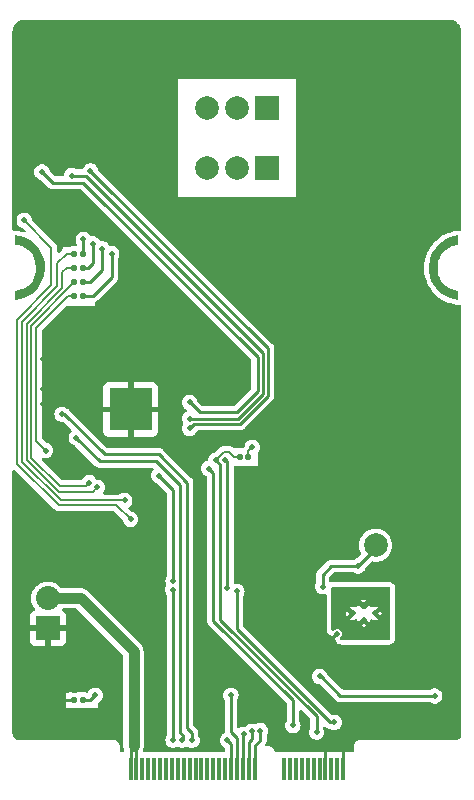
<source format=gbr>
%TF.GenerationSoftware,KiCad,Pcbnew,7.0.6*%
%TF.CreationDate,2023-08-17T07:35:14+09:30*%
%TF.ProjectId,spe-sink,7370652d-7369-46e6-9b2e-6b696361645f,V1.0*%
%TF.SameCoordinates,Original*%
%TF.FileFunction,Copper,L2,Bot*%
%TF.FilePolarity,Positive*%
%FSLAX46Y46*%
G04 Gerber Fmt 4.6, Leading zero omitted, Abs format (unit mm)*
G04 Created by KiCad (PCBNEW 7.0.6) date 2023-08-17 07:35:14*
%MOMM*%
%LPD*%
G01*
G04 APERTURE LIST*
G04 Aperture macros list*
%AMRoundRect*
0 Rectangle with rounded corners*
0 $1 Rounding radius*
0 $2 $3 $4 $5 $6 $7 $8 $9 X,Y pos of 4 corners*
0 Add a 4 corners polygon primitive as box body*
4,1,4,$2,$3,$4,$5,$6,$7,$8,$9,$2,$3,0*
0 Add four circle primitives for the rounded corners*
1,1,$1+$1,$2,$3*
1,1,$1+$1,$4,$5*
1,1,$1+$1,$6,$7*
1,1,$1+$1,$8,$9*
0 Add four rect primitives between the rounded corners*
20,1,$1+$1,$2,$3,$4,$5,0*
20,1,$1+$1,$4,$5,$6,$7,0*
20,1,$1+$1,$6,$7,$8,$9,0*
20,1,$1+$1,$8,$9,$2,$3,0*%
G04 Aperture macros list end*
%TA.AperFunction,ComponentPad*%
%ADD10C,0.600000*%
%TD*%
%TA.AperFunction,SMDPad,CuDef*%
%ADD11R,3.600000X3.600000*%
%TD*%
%TA.AperFunction,ComponentPad*%
%ADD12R,2.000000X2.000000*%
%TD*%
%TA.AperFunction,ComponentPad*%
%ADD13C,2.000000*%
%TD*%
%TA.AperFunction,SMDPad,CuDef*%
%ADD14R,0.350000X1.950000*%
%TD*%
%TA.AperFunction,ComponentPad*%
%ADD15C,0.454000*%
%TD*%
%TA.AperFunction,ComponentPad*%
%ADD16C,0.500000*%
%TD*%
%TA.AperFunction,ComponentPad*%
%ADD17R,2.032000X2.032000*%
%TD*%
%TA.AperFunction,ComponentPad*%
%ADD18O,2.032000X2.032000*%
%TD*%
%TA.AperFunction,SMDPad,CuDef*%
%ADD19RoundRect,0.125000X-0.130000X0.125000X-0.130000X-0.125000X0.130000X-0.125000X0.130000X0.125000X0*%
%TD*%
%TA.AperFunction,SMDPad,CuDef*%
%ADD20RoundRect,0.125000X0.130000X-0.125000X0.130000X0.125000X-0.130000X0.125000X-0.130000X-0.125000X0*%
%TD*%
%TA.AperFunction,SMDPad,CuDef*%
%ADD21C,2.000000*%
%TD*%
%TA.AperFunction,ViaPad*%
%ADD22C,0.500000*%
%TD*%
%TA.AperFunction,ViaPad*%
%ADD23C,0.800000*%
%TD*%
%TA.AperFunction,Conductor*%
%ADD24C,0.250000*%
%TD*%
%TA.AperFunction,Conductor*%
%ADD25C,0.350000*%
%TD*%
%TA.AperFunction,Conductor*%
%ADD26C,0.900000*%
%TD*%
%TA.AperFunction,Conductor*%
%ADD27C,0.200000*%
%TD*%
G04 APERTURE END LIST*
%TA.AperFunction,EtchedComponent*%
%TO.C,X2*%
G36*
X102749999Y-60000000D02*
G01*
X102645308Y-60729623D01*
X102521802Y-61077718D01*
X102353461Y-61406480D01*
X102143226Y-61710165D01*
X101894770Y-61983466D01*
X101612437Y-62221607D01*
X101301158Y-62420427D01*
X100966374Y-62576450D01*
X100613936Y-62686952D01*
X100250001Y-62750000D01*
X100250000Y-62750000D01*
X100250000Y-61950000D01*
X100816787Y-61828553D01*
X101078983Y-61702963D01*
X101318304Y-61537903D01*
X101528858Y-61337437D01*
X101705460Y-61106501D01*
X101843761Y-60850782D01*
X101940356Y-60576576D01*
X101992867Y-60290635D01*
X102000000Y-60000000D01*
X101940356Y-59423424D01*
X101843761Y-59149218D01*
X101705460Y-58893499D01*
X101528858Y-58662563D01*
X101318304Y-58462097D01*
X101078983Y-58297037D01*
X100816787Y-58171447D01*
X100538173Y-58088420D01*
X100250000Y-58050000D01*
X100250000Y-57250000D01*
X100968830Y-57419312D01*
X101304928Y-57574216D01*
X101617377Y-57772541D01*
X101900599Y-58010747D01*
X102149540Y-58284582D01*
X102359756Y-58589158D01*
X102527494Y-58919038D01*
X102649760Y-59268334D01*
X102724373Y-59630812D01*
X102749999Y-60000000D01*
G37*
%TD.AperFunction*%
%TA.AperFunction,EtchedComponent*%
G36*
X135250000Y-59999999D02*
G01*
X135354692Y-59270377D01*
X135478198Y-58922282D01*
X135646539Y-58593520D01*
X135856774Y-58289835D01*
X136105230Y-58016534D01*
X136387563Y-57778393D01*
X136698842Y-57579573D01*
X137033626Y-57423550D01*
X137386064Y-57313048D01*
X137749999Y-57250000D01*
X137750000Y-57250000D01*
X137750000Y-58050000D01*
X137183213Y-58171447D01*
X136921017Y-58297037D01*
X136681696Y-58462097D01*
X136471142Y-58662563D01*
X136294540Y-58893499D01*
X136156239Y-59149218D01*
X136059644Y-59423424D01*
X136007133Y-59709365D01*
X136000000Y-60000000D01*
X136059644Y-60576576D01*
X136156239Y-60850782D01*
X136294540Y-61106501D01*
X136471142Y-61337437D01*
X136681696Y-61537903D01*
X136921017Y-61702963D01*
X137183213Y-61828553D01*
X137461827Y-61911580D01*
X137750000Y-61950000D01*
X137750000Y-62750000D01*
X137031170Y-62580688D01*
X136695072Y-62425784D01*
X136382623Y-62227459D01*
X136099401Y-61989253D01*
X135850460Y-61715418D01*
X135640244Y-61410842D01*
X135472506Y-61080962D01*
X135350240Y-60731666D01*
X135275627Y-60369188D01*
X135250000Y-59999999D01*
G37*
%TD.AperFunction*%
%TD*%
D10*
%TO.P,U4,41,EP(GND)*%
%TO.N,GND*%
X111025000Y-73025000D03*
X111000000Y-72000000D03*
X111000000Y-71000000D03*
X110000000Y-73025000D03*
X110000000Y-72000000D03*
D11*
X110000000Y-72000000D03*
D10*
X110000000Y-71000000D03*
X109000000Y-73025000D03*
X109000000Y-72000000D03*
X109000000Y-71000000D03*
%TD*%
D12*
%TO.P,J1,1,Pin_1*%
%TO.N,Earth*%
X121540000Y-51580000D03*
X121540000Y-46500000D03*
D13*
%TO.P,J1,2,Pin_2*%
%TO.N,Net-(J1-Pin_2)*%
X119000000Y-51580000D03*
X119000000Y-46500000D03*
%TO.P,J1,3,Pin_3*%
%TO.N,Net-(J1-Pin_3)*%
X116460000Y-51580000D03*
X116460000Y-46500000D03*
%TD*%
D14*
%TO.P,X2,2,GND*%
%TO.N,GND*%
X128000000Y-102475000D03*
%TO.P,X2,4,DFU_FC_TX*%
%TO.N,unconnected-(X2-DFU_FC_TX-Pad4)*%
X127500000Y-102475000D03*
%TO.P,X2,6,DFU_FC_RX*%
%TO.N,unconnected-(X2-DFU_FC_RX-Pad6)*%
X127000000Y-102475000D03*
%TO.P,X2,8,GND*%
%TO.N,GND*%
X126500000Y-102475000D03*
%TO.P,X2,10,~{DFU_ACTIVE}*%
%TO.N,unconnected-(X2-~{DFU_ACTIVE}-Pad10)*%
X126000000Y-102475000D03*
%TO.P,X2,12*%
%TO.N,N/C*%
X125500000Y-102475000D03*
%TO.P,X2,14*%
X125000000Y-102475000D03*
%TO.P,X2,16,FUNC_RTS*%
%TO.N,unconnected-(X2-FUNC_RTS-Pad16)*%
X124500000Y-102475000D03*
%TO.P,X2,18,FUNC_CTS*%
%TO.N,unconnected-(X2-FUNC_CTS-Pad18)*%
X124000000Y-102475000D03*
%TO.P,X2,20*%
%TO.N,N/C*%
X123500000Y-102475000D03*
%TO.P,X2,22*%
X123000000Y-102475000D03*
%TO.P,X2,32,EEPROM_A2*%
%TO.N,Net-(IC1-A2)*%
X120500000Y-102475000D03*
%TO.P,X2,34,EEPROM_A1*%
%TO.N,Net-(IC1-A1)*%
X120000000Y-102475000D03*
%TO.P,X2,36,EEPROM_A0*%
%TO.N,Net-(IC1-A0)*%
X119500000Y-102475000D03*
%TO.P,X2,38,A0*%
%TO.N,/MicroMod Function Board/ANALOG*%
X119000000Y-102475000D03*
%TO.P,X2,40,EEPROM_WP*%
%TO.N,Net-(IC1-WP)*%
X118500000Y-102475000D03*
%TO.P,X2,42*%
%TO.N,N/C*%
X118000000Y-102475000D03*
%TO.P,X2,44*%
X117500000Y-102475000D03*
%TO.P,X2,46*%
X117000000Y-102475000D03*
%TO.P,X2,48*%
X116500000Y-102475000D03*
%TO.P,X2,50*%
X116000000Y-102475000D03*
%TO.P,X2,52*%
X115500000Y-102475000D03*
%TO.P,X2,54*%
X115000000Y-102475000D03*
%TO.P,X2,56*%
X114500000Y-102475000D03*
%TO.P,X2,58*%
X114000000Y-102475000D03*
%TO.P,X2,60*%
X113500000Y-102475000D03*
%TO.P,X2,62*%
X113000000Y-102475000D03*
%TO.P,X2,64*%
X112500000Y-102475000D03*
%TO.P,X2,66,~{DFU_BOOT}*%
%TO.N,unconnected-(X2-~{DFU_BOOT}-Pad66)*%
X112000000Y-102475000D03*
%TO.P,X2,68,~{DFU_RST}*%
%TO.N,unconnected-(X2-~{DFU_RST}-Pad68)*%
X111500000Y-102475000D03*
%TO.P,X2,70,USB_VIN*%
%TO.N,unconnected-(X2-USB_VIN-Pad70)*%
X111000000Y-102475000D03*
%TO.P,X2,72,VCC*%
%TO.N,+POWER*%
X110500000Y-102475000D03*
%TO.P,X2,74,VCC*%
X110000000Y-102475000D03*
D15*
%TO.P,X2,MNT*%
%TO.N,N/C*%
X101000000Y-57900000D03*
X101000000Y-62100000D03*
X102300000Y-60000000D03*
X135700000Y-60000000D03*
X137000000Y-57900000D03*
X137000000Y-62100000D03*
%TD*%
D16*
%TO.P,U8,11,EP*%
%TO.N,Net-(U8-EP)*%
X129750000Y-88675000D03*
X130700000Y-89250000D03*
X128800000Y-89250000D03*
X129750000Y-89825000D03*
%TD*%
D17*
%TO.P,P2,1,P1*%
%TO.N,GND*%
X103000000Y-90525000D03*
D18*
%TO.P,P2,2,P2*%
%TO.N,+POWER*%
X103000000Y-87985000D03*
%TD*%
D19*
%TO.P,SL4,1,1*%
%TO.N,/Ethernet MAC+PHY/CIPO*%
X119250000Y-76000000D03*
%TO.P,SL4,2,2*%
%TO.N,Net-(R15-Pad2)*%
X119950000Y-76000000D03*
%TD*%
D20*
%TO.P,SL2,1,1*%
%TO.N,Net-(IC1-WP)*%
X105950000Y-96600000D03*
%TO.P,SL2,2,2*%
%TO.N,GND*%
X105250000Y-96600000D03*
%TD*%
D19*
%TO.P,SL3,1,1*%
%TO.N,Net-(U4-SPI_CFG1)*%
X105250000Y-58800000D03*
%TO.P,SL3,2,2*%
%TO.N,Net-(R13-Pad5)*%
X105950000Y-58800000D03*
%TD*%
%TO.P,SL7,1,1*%
%TO.N,Net-(U4-~{TX2P4_EN})*%
X105250000Y-61200000D03*
%TO.P,SL7,2,2*%
%TO.N,Net-(R13-Pad7)*%
X105950000Y-61200000D03*
%TD*%
%TO.P,SL5,1,1*%
%TO.N,Net-(U4-TS_TIMER{slash}MS_SEL)*%
X105250000Y-62400000D03*
%TO.P,SL5,2,2*%
%TO.N,Net-(R13-Pad8)*%
X105950000Y-62400000D03*
%TD*%
%TO.P,SL6,1,1*%
%TO.N,Net-(U4-~{SWPD_EN})*%
X105250000Y-60000000D03*
%TO.P,SL6,2,2*%
%TO.N,Net-(R13-Pad6)*%
X105950000Y-60000000D03*
%TD*%
D21*
%TO.P,TEST1,1,PAD*%
%TO.N,/PoDL Device Handling/PoDL+*%
X130750000Y-83500000D03*
%TD*%
D22*
%TO.N,/PoDL Device Handling/PoDL+*%
X126250000Y-87000004D03*
X129250000Y-85250000D03*
%TO.N,GND*%
X122000000Y-100000000D03*
X121250000Y-79750000D03*
X102600002Y-71500000D03*
X129250000Y-99000000D03*
X119249994Y-95425000D03*
X104800000Y-66000000D03*
X135750000Y-91750000D03*
X133000000Y-94250000D03*
X105000000Y-77500000D03*
X127500000Y-91000000D03*
X104200000Y-64199998D03*
X108600000Y-93400000D03*
X129500000Y-95500000D03*
X104499999Y-76749999D03*
X105250000Y-84000000D03*
X102600000Y-70250000D03*
X104800000Y-64800000D03*
D23*
X135250000Y-62750000D03*
D22*
X101500000Y-98500000D03*
X122750000Y-97750000D03*
X105250000Y-84750000D03*
X135750000Y-94750000D03*
X116800000Y-100000000D03*
X135500000Y-85250000D03*
X124750000Y-98000000D03*
X135500000Y-86250000D03*
X105250000Y-85500000D03*
X112400000Y-91400000D03*
X104200000Y-57521987D03*
X108600000Y-99000000D03*
X119250000Y-67500000D03*
X102600000Y-67750000D03*
X112300000Y-86799996D03*
X108500000Y-78750000D03*
X112800000Y-80000000D03*
D23*
X116500000Y-59500000D03*
X111489999Y-40989999D03*
D22*
X133000000Y-95250000D03*
D23*
X119500000Y-61750000D03*
D22*
X119499996Y-82600000D03*
X116800000Y-75000000D03*
X135750000Y-97750000D03*
X135750000Y-93250000D03*
%TO.N,Net-(IC1-A0)*%
X119575000Y-99500000D03*
%TO.N,Net-(IC1-A1)*%
X120249986Y-99250000D03*
%TO.N,Net-(IC1-A2)*%
X121000000Y-99200000D03*
%TO.N,Net-(IC1-WP)*%
X118200000Y-100000000D03*
X107000000Y-96200000D03*
%TO.N,Net-(R13-Pad5)*%
X106000000Y-57600000D03*
%TO.N,Net-(R13-Pad6)*%
X106800000Y-58000000D03*
%TO.N,Net-(R13-Pad7)*%
X107600000Y-58400000D03*
%TO.N,Net-(R13-Pad8)*%
X108400000Y-58800004D03*
%TO.N,/Ethernet MAC+PHY/~{INT}*%
X104200000Y-72400000D03*
X115199996Y-100000000D03*
%TO.N,Net-(R15-Pad2)*%
X120300010Y-75200000D03*
%TO.N,Net-(U4-LED_0)*%
X115000000Y-73600000D03*
X106606589Y-51793412D03*
%TO.N,Net-(U4-LED_1)*%
X115000000Y-71400000D03*
X102499998Y-51899998D03*
%TO.N,Net-(U4-LINK_ST)*%
X105000000Y-52200000D03*
X115025000Y-72775000D03*
%TO.N,Net-(U4-SPI_CFG1)*%
X109500000Y-79700000D03*
%TO.N,/Ethernet MAC+PHY/CIPO*%
X125750000Y-99325000D03*
X117200000Y-76299999D03*
%TO.N,Net-(U4-TS_TIMER{slash}MS_SEL)*%
X102800004Y-75475000D03*
%TO.N,Net-(U4-~{SWPD_EN})*%
X107193410Y-78593410D03*
%TO.N,Net-(U4-~{TX2P4_EN})*%
X106500000Y-78200000D03*
%TO.N,/Ethernet MAC+PHY/COPI*%
X116599994Y-77000000D03*
X123750000Y-98750000D03*
%TO.N,/Ethernet MAC+PHY/~{RESET}*%
X113599997Y-100000003D03*
X113570753Y-87252643D03*
X118199998Y-87122865D03*
X118008909Y-76268909D03*
%TO.N,/Ethernet MAC+PHY/~{CS}*%
X114393411Y-100006589D03*
X105406587Y-74406587D03*
%TO.N,/Ethernet MAC+PHY/CLK*%
X119000000Y-87400000D03*
X127250000Y-98500000D03*
X113600000Y-86499997D03*
X112400000Y-77600000D03*
%TO.N,Net-(U5-S+)*%
X126000000Y-94600000D03*
X135750000Y-96250000D03*
%TO.N,/MicroMod Function Board/ANALOG*%
X118500000Y-96200000D03*
%TO.N,Net-(U5-S-)*%
X110000000Y-81300000D03*
X101000000Y-56000000D03*
%TD*%
D24*
%TO.N,/PoDL Device Handling/PoDL+*%
X130750000Y-83500000D02*
X130750000Y-83750000D01*
X127000000Y-85250000D02*
X129250000Y-85250000D01*
X126250000Y-86000000D02*
X127000000Y-85250000D01*
X130750000Y-83750000D02*
X129250000Y-85250000D01*
X126250000Y-87000004D02*
X126250000Y-86000000D01*
%TO.N,GND*%
X128000000Y-102475000D02*
X128000000Y-100000000D01*
X105250000Y-96600000D02*
X104400000Y-96600000D01*
X128000000Y-100000000D02*
X128400000Y-99600000D01*
X104400000Y-96600000D02*
X104250000Y-96750000D01*
X126500000Y-100300000D02*
X127000000Y-99800000D01*
D25*
X127500000Y-91000000D02*
X126750000Y-91750000D01*
D24*
X126500000Y-102475000D02*
X126500000Y-100300000D01*
D26*
%TO.N,+POWER*%
X105785000Y-87985000D02*
X110250000Y-92450000D01*
D24*
X110000000Y-100750000D02*
X110250000Y-100500000D01*
D26*
X110250000Y-92450000D02*
X110250000Y-100500000D01*
X103000000Y-87985000D02*
X105785000Y-87985000D01*
D24*
X110500000Y-102475000D02*
X110500000Y-100750000D01*
X110000000Y-102475000D02*
X110000000Y-100750000D01*
X110500000Y-100750000D02*
X110250000Y-100500000D01*
%TO.N,Net-(IC1-A0)*%
X119500000Y-99575000D02*
X119575000Y-99500000D01*
X119500000Y-102475000D02*
X119500000Y-99575000D01*
%TO.N,Net-(IC1-A1)*%
X120000000Y-102475000D02*
X120000000Y-100125000D01*
X120250000Y-99250014D02*
X120249986Y-99250000D01*
X120000000Y-100125000D02*
X120250000Y-99875000D01*
X120250000Y-99875000D02*
X120250000Y-99250014D01*
%TO.N,Net-(IC1-A2)*%
X121000000Y-100000000D02*
X121000000Y-99200000D01*
X120500000Y-102475000D02*
X120500000Y-100500000D01*
X120500000Y-100500000D02*
X121000000Y-100000000D01*
%TO.N,Net-(IC1-WP)*%
X106600000Y-96600000D02*
X107000000Y-96200000D01*
X118500000Y-102475000D02*
X118500000Y-100300000D01*
X105950000Y-96600000D02*
X106600000Y-96600000D01*
X118500000Y-100300000D02*
X118200000Y-100000000D01*
%TO.N,Net-(R13-Pad5)*%
X106000000Y-58750000D02*
X106000000Y-57600000D01*
X105950000Y-58800000D02*
X106000000Y-58750000D01*
%TO.N,Net-(R13-Pad6)*%
X105950000Y-60000000D02*
X106400000Y-60000000D01*
X106800000Y-59600000D02*
X106800000Y-58000000D01*
X106400000Y-60000000D02*
X106800000Y-59600000D01*
%TO.N,Net-(R13-Pad7)*%
X106600000Y-61200000D02*
X107600000Y-60200000D01*
X107600000Y-60200000D02*
X107600000Y-58400000D01*
X105950000Y-61200000D02*
X106600000Y-61200000D01*
%TO.N,Net-(R13-Pad8)*%
X108400000Y-60800000D02*
X108400000Y-58800004D01*
X105950000Y-62400000D02*
X106800000Y-62400000D01*
X106800000Y-62400000D02*
X108400000Y-60800000D01*
%TO.N,/Ethernet MAC+PHY/~{INT}*%
X104200000Y-72400000D02*
X104400000Y-72400000D01*
X114800000Y-78200000D02*
X114800000Y-99000000D01*
X107800000Y-75800000D02*
X112400000Y-75800000D01*
X104400000Y-72400000D02*
X107800000Y-75800000D01*
X114800000Y-99000000D02*
X115199996Y-99399996D01*
X112400000Y-75800000D02*
X114800000Y-78200000D01*
X115199996Y-99399996D02*
X115199996Y-100000000D01*
D27*
%TO.N,Net-(R15-Pad2)*%
X119950000Y-75550010D02*
X120300010Y-75200000D01*
X119950000Y-76000000D02*
X119950000Y-75550010D01*
D24*
%TO.N,Net-(U4-LED_0)*%
X121650000Y-70850000D02*
X119250000Y-73250000D01*
X106606589Y-51793412D02*
X121650000Y-66836823D01*
X121650000Y-66836823D02*
X121650000Y-70850000D01*
X119250000Y-73250000D02*
X115350000Y-73250000D01*
X115350000Y-73250000D02*
X115000000Y-73600000D01*
%TO.N,Net-(U4-LED_1)*%
X102499998Y-51899998D02*
X103400000Y-52800000D01*
X115850000Y-72250000D02*
X115000000Y-71400000D01*
X118977208Y-72250000D02*
X115850000Y-72250000D01*
X120750000Y-70477208D02*
X118977208Y-72250000D01*
X106000000Y-52800000D02*
X120750000Y-67550000D01*
X120750000Y-67550000D02*
X120750000Y-70477208D01*
X103400000Y-52800000D02*
X106000000Y-52800000D01*
%TO.N,Net-(U4-LINK_ST)*%
X119088604Y-72775000D02*
X115025000Y-72775000D01*
X106200000Y-52200000D02*
X121200000Y-67200000D01*
X121200000Y-67200000D02*
X121200000Y-70663604D01*
X121200000Y-70663604D02*
X119088604Y-72775000D01*
X105000000Y-52200000D02*
X106200000Y-52200000D01*
D27*
%TO.N,Net-(U4-SPI_CFG1)*%
X103800000Y-59600000D02*
X103800000Y-61565686D01*
X100800000Y-76431372D02*
X104068628Y-79700000D01*
X104600000Y-58800000D02*
X103800000Y-59600000D01*
X100800000Y-64565686D02*
X100800000Y-76431372D01*
X103800000Y-61565686D02*
X100800000Y-64565686D01*
X105250000Y-58800000D02*
X104600000Y-58800000D01*
X104068628Y-79700000D02*
X109500000Y-79700000D01*
%TO.N,/Ethernet MAC+PHY/CIPO*%
X117874999Y-75625000D02*
X117200000Y-76299999D01*
X118374999Y-75624999D02*
X117874999Y-75625000D01*
D24*
X117600000Y-76699999D02*
X117200000Y-76299999D01*
X125750000Y-97986396D02*
X117600000Y-89836396D01*
D27*
X118750000Y-76000000D02*
X118374999Y-75624999D01*
D24*
X125750000Y-99325000D02*
X125750000Y-97986396D01*
D27*
X119250000Y-76000000D02*
X118750000Y-76000000D01*
D24*
X117600000Y-89836396D02*
X117600000Y-76699999D01*
D27*
%TO.N,Net-(U4-TS_TIMER{slash}MS_SEL)*%
X102000000Y-74674996D02*
X102800004Y-75475000D01*
X102000000Y-65062744D02*
X102000000Y-74674996D01*
X104662744Y-62400000D02*
X102000000Y-65062744D01*
X105250000Y-62400000D02*
X104662744Y-62400000D01*
%TO.N,Net-(U4-~{SWPD_EN})*%
X104600000Y-60000000D02*
X104200000Y-60400000D01*
X104200000Y-60400000D02*
X104200000Y-61731372D01*
X101200000Y-64731372D02*
X101200000Y-76265686D01*
X104200000Y-61731372D02*
X101200000Y-64731372D01*
X101200000Y-76265686D02*
X103934314Y-79000000D01*
X103934314Y-79000000D02*
X106786820Y-79000000D01*
X105250000Y-60000000D02*
X104600000Y-60000000D01*
X106786820Y-79000000D02*
X107193410Y-78593410D01*
%TO.N,Net-(U4-~{TX2P4_EN})*%
X101600000Y-76100000D02*
X104000000Y-78500000D01*
X105250000Y-61200000D02*
X105250000Y-61247058D01*
X105250000Y-61247058D02*
X101600000Y-64897058D01*
X104000000Y-78500000D02*
X106200000Y-78500000D01*
X106200000Y-78500000D02*
X106500000Y-78200000D01*
X101600000Y-64897058D02*
X101600000Y-76100000D01*
D24*
%TO.N,/Ethernet MAC+PHY/COPI*%
X123750000Y-96622792D02*
X117000000Y-89872792D01*
X117000000Y-77400006D02*
X116599994Y-77000000D01*
X123750000Y-98750000D02*
X123750000Y-96622792D01*
X117000000Y-89872792D02*
X117000000Y-77400006D01*
%TO.N,/Ethernet MAC+PHY/~{RESET}*%
X113570753Y-99970759D02*
X113599997Y-100000003D01*
X113570753Y-87252643D02*
X113570753Y-99970759D01*
X118200001Y-87122862D02*
X118199998Y-87122865D01*
X118200001Y-76400001D02*
X118200001Y-87122862D01*
%TO.N,/Ethernet MAC+PHY/~{CS}*%
X112163604Y-76400000D02*
X114200000Y-78436396D01*
X114400000Y-100000000D02*
X114393411Y-100006589D01*
X114400000Y-99600000D02*
X114400000Y-100000000D01*
X114200000Y-78436396D02*
X114200000Y-99400000D01*
X105406587Y-74406587D02*
X107400000Y-76400000D01*
X107400000Y-76400000D02*
X112163604Y-76400000D01*
X114200000Y-99400000D02*
X114400000Y-99600000D01*
%TO.N,/Ethernet MAC+PHY/CLK*%
X113600000Y-86499997D02*
X113600000Y-78800000D01*
X127250000Y-98500000D02*
X126900000Y-98500000D01*
X113600000Y-78800000D02*
X112400000Y-77600000D01*
X126900000Y-98500000D02*
X119000000Y-90600000D01*
X119000000Y-90600000D02*
X119000000Y-87400000D01*
%TO.N,Net-(U5-S+)*%
X127750000Y-96250000D02*
X126100000Y-94600000D01*
X135750000Y-96250000D02*
X127750000Y-96250000D01*
X126100000Y-94600000D02*
X126000000Y-94600000D01*
%TO.N,/MicroMod Function Board/ANALOG*%
X119000000Y-102475000D02*
X119000000Y-99800000D01*
X119000000Y-99800000D02*
X118500000Y-99300000D01*
X118500000Y-99300000D02*
X118500000Y-96200000D01*
D27*
%TO.N,Net-(U5-S-)*%
X103300000Y-58300000D02*
X103300000Y-61500000D01*
X103300000Y-61500000D02*
X100400000Y-64400000D01*
X100400000Y-64400000D02*
X100400000Y-76597058D01*
X101000000Y-56000000D02*
X103300000Y-58300000D01*
X108800000Y-80100000D02*
X110000000Y-81300000D01*
X100400000Y-76597058D02*
X103902943Y-80100000D01*
X103902943Y-80100000D02*
X108800000Y-80100000D01*
%TD*%
%TA.AperFunction,Conductor*%
%TO.N,Net-(U8-EP)*%
G36*
X131943039Y-87019685D02*
G01*
X131988794Y-87072489D01*
X132000000Y-87124000D01*
X132000000Y-91376000D01*
X131980315Y-91443039D01*
X131927511Y-91488794D01*
X131876000Y-91500000D01*
X127865755Y-91500000D01*
X127798716Y-91480315D01*
X127752961Y-91427511D01*
X127743017Y-91358353D01*
X127772042Y-91294797D01*
X127778074Y-91288319D01*
X127828045Y-91238347D01*
X127828050Y-91238342D01*
X127885646Y-91125304D01*
X127885646Y-91125302D01*
X127885647Y-91125301D01*
X127885647Y-91125300D01*
X127905492Y-91000003D01*
X127905492Y-90999996D01*
X127885647Y-90874699D01*
X127885647Y-90874698D01*
X127885646Y-90874696D01*
X127828050Y-90761658D01*
X127828046Y-90761654D01*
X127828045Y-90761652D01*
X127738347Y-90671954D01*
X127738344Y-90671952D01*
X127738342Y-90671950D01*
X127625304Y-90614354D01*
X127625303Y-90614353D01*
X127625300Y-90614352D01*
X127500003Y-90594508D01*
X127499997Y-90594508D01*
X127374699Y-90614352D01*
X127374698Y-90614352D01*
X127299337Y-90652751D01*
X127261658Y-90671950D01*
X127261657Y-90671951D01*
X127261652Y-90671954D01*
X127211681Y-90721926D01*
X127150358Y-90755411D01*
X127080666Y-90750427D01*
X127024733Y-90708555D01*
X127000316Y-90643091D01*
X127000000Y-90634245D01*
X127000000Y-90328794D01*
X129529047Y-90328794D01*
X129606417Y-90360841D01*
X129606421Y-90360842D01*
X129749999Y-90379746D01*
X129750001Y-90379746D01*
X129893578Y-90360842D01*
X129893579Y-90360842D01*
X129970952Y-90328793D01*
X129750001Y-90107842D01*
X129529047Y-90328794D01*
X127000000Y-90328794D01*
X127000000Y-89753793D01*
X128579046Y-89753793D01*
X128656417Y-89785841D01*
X128656421Y-89785842D01*
X128799999Y-89804746D01*
X128800001Y-89804746D01*
X128943578Y-89785842D01*
X128943579Y-89785842D01*
X129028051Y-89750853D01*
X129097520Y-89743384D01*
X129160000Y-89774659D01*
X129195652Y-89834748D01*
X129198443Y-89849227D01*
X129214157Y-89968582D01*
X129246204Y-90045951D01*
X129246205Y-90045952D01*
X129434665Y-89857492D01*
X129650000Y-89857492D01*
X129688197Y-89910065D01*
X129734162Y-89925000D01*
X129765838Y-89925000D01*
X129811803Y-89910065D01*
X129850000Y-89857492D01*
X129850000Y-89792508D01*
X129811803Y-89739935D01*
X129765838Y-89725000D01*
X129734162Y-89725000D01*
X129688197Y-89739935D01*
X129650000Y-89792508D01*
X129650000Y-89857492D01*
X129434665Y-89857492D01*
X129662319Y-89629838D01*
X129723642Y-89596353D01*
X129793334Y-89601337D01*
X129837681Y-89629838D01*
X129974255Y-89766412D01*
X129974257Y-89766416D01*
X130253793Y-90045952D01*
X130285842Y-89968579D01*
X130285842Y-89968578D01*
X130301556Y-89849228D01*
X130329823Y-89785332D01*
X130388147Y-89746861D01*
X130458012Y-89746030D01*
X130471948Y-89750853D01*
X130556421Y-89785842D01*
X130699999Y-89804746D01*
X130700001Y-89804746D01*
X130843578Y-89785842D01*
X130843579Y-89785842D01*
X130920952Y-89753793D01*
X130641422Y-89474263D01*
X130641412Y-89474255D01*
X130504838Y-89337681D01*
X130474702Y-89282492D01*
X130600000Y-89282492D01*
X130638197Y-89335065D01*
X130684162Y-89350000D01*
X130715838Y-89350000D01*
X130761803Y-89335065D01*
X130800000Y-89282492D01*
X130800000Y-89250001D01*
X130982842Y-89250001D01*
X131203793Y-89470952D01*
X131235842Y-89393579D01*
X131235842Y-89393578D01*
X131254746Y-89250000D01*
X131254746Y-89249999D01*
X131235842Y-89106421D01*
X131235841Y-89106417D01*
X131203794Y-89029047D01*
X130982842Y-89250000D01*
X130982842Y-89250001D01*
X130800000Y-89250001D01*
X130800000Y-89217508D01*
X130761803Y-89164935D01*
X130715838Y-89150000D01*
X130684162Y-89150000D01*
X130638197Y-89164935D01*
X130600000Y-89217508D01*
X130600000Y-89282492D01*
X130474702Y-89282492D01*
X130471353Y-89276358D01*
X130476337Y-89206666D01*
X130504838Y-89162319D01*
X130920952Y-88746205D01*
X130920951Y-88746204D01*
X130843581Y-88714157D01*
X130843583Y-88714157D01*
X130700001Y-88695254D01*
X130699999Y-88695254D01*
X130556421Y-88714157D01*
X130471946Y-88749147D01*
X130402477Y-88756615D01*
X130339998Y-88725339D01*
X130304346Y-88665250D01*
X130301556Y-88650771D01*
X130285842Y-88531421D01*
X130285841Y-88531417D01*
X130253793Y-88454046D01*
X129996535Y-88711305D01*
X129996523Y-88711321D01*
X129837681Y-88870162D01*
X129776358Y-88903646D01*
X129706666Y-88898662D01*
X129662319Y-88870161D01*
X129499649Y-88707492D01*
X129650000Y-88707492D01*
X129688197Y-88760065D01*
X129734162Y-88775000D01*
X129765838Y-88775000D01*
X129811803Y-88760065D01*
X129850000Y-88707492D01*
X129850000Y-88642508D01*
X129811803Y-88589935D01*
X129765838Y-88575000D01*
X129734162Y-88575000D01*
X129688197Y-88589935D01*
X129650000Y-88642508D01*
X129650000Y-88707492D01*
X129499649Y-88707492D01*
X129484598Y-88692441D01*
X129484596Y-88692438D01*
X129246205Y-88454047D01*
X129214157Y-88531420D01*
X129198443Y-88650772D01*
X129170176Y-88714668D01*
X129111851Y-88753138D01*
X129041986Y-88753969D01*
X129028052Y-88749146D01*
X128943582Y-88714158D01*
X128943578Y-88714157D01*
X128800001Y-88695254D01*
X128799999Y-88695254D01*
X128656421Y-88714157D01*
X128579046Y-88746205D01*
X128817435Y-88984593D01*
X128817441Y-88984598D01*
X128995162Y-89162319D01*
X129028647Y-89223642D01*
X129023663Y-89293334D01*
X128995162Y-89337681D01*
X128836320Y-89496523D01*
X128836315Y-89496525D01*
X128579046Y-89753793D01*
X127000000Y-89753793D01*
X127000000Y-89250000D01*
X128245254Y-89250000D01*
X128264157Y-89393582D01*
X128296204Y-89470951D01*
X128484663Y-89282492D01*
X128700000Y-89282492D01*
X128738197Y-89335065D01*
X128784162Y-89350000D01*
X128815838Y-89350000D01*
X128861803Y-89335065D01*
X128900000Y-89282492D01*
X128900000Y-89217508D01*
X128861803Y-89164935D01*
X128815838Y-89150000D01*
X128784162Y-89150000D01*
X128738197Y-89164935D01*
X128700000Y-89217508D01*
X128700000Y-89282492D01*
X128484663Y-89282492D01*
X128517157Y-89249998D01*
X128296205Y-89029047D01*
X128264157Y-89106421D01*
X128245254Y-89249999D01*
X128245254Y-89250000D01*
X127000000Y-89250000D01*
X127000000Y-88171205D01*
X129529047Y-88171205D01*
X129750000Y-88392157D01*
X129750001Y-88392157D01*
X129970952Y-88171205D01*
X129970951Y-88171204D01*
X129893581Y-88139157D01*
X129893583Y-88139157D01*
X129750001Y-88120254D01*
X129749999Y-88120254D01*
X129606421Y-88139157D01*
X129529047Y-88171205D01*
X127000000Y-88171205D01*
X127000000Y-87124000D01*
X127019685Y-87056961D01*
X127072489Y-87011206D01*
X127124000Y-87000000D01*
X131876000Y-87000000D01*
X131943039Y-87019685D01*
G37*
%TD.AperFunction*%
%TD*%
%TA.AperFunction,Conductor*%
%TO.N,GND*%
G36*
X137002695Y-39000735D02*
G01*
X137045519Y-39004482D01*
X137171771Y-39016918D01*
X137191685Y-39020541D01*
X137258349Y-39038403D01*
X137351570Y-39066682D01*
X137367971Y-39072958D01*
X137435411Y-39104406D01*
X137438375Y-39105888D01*
X137475969Y-39125982D01*
X137522327Y-39150762D01*
X137528667Y-39154657D01*
X137594828Y-39200983D01*
X137598600Y-39203844D01*
X137670808Y-39263103D01*
X137675309Y-39267182D01*
X137732815Y-39324688D01*
X137736895Y-39329190D01*
X137796154Y-39401398D01*
X137799015Y-39405170D01*
X137845341Y-39471331D01*
X137849236Y-39477671D01*
X137894101Y-39561605D01*
X137895614Y-39564631D01*
X137927040Y-39632027D01*
X137933319Y-39648435D01*
X137961601Y-39741669D01*
X137979454Y-39808299D01*
X137983082Y-39828238D01*
X137995523Y-39954554D01*
X137999264Y-39997302D01*
X137999500Y-40002710D01*
X137999500Y-56738839D01*
X137979815Y-56805878D01*
X137927011Y-56851633D01*
X137857853Y-56861577D01*
X137856094Y-56861311D01*
X137849644Y-56860289D01*
X137832443Y-56856290D01*
X137807636Y-56848625D01*
X137807633Y-56848624D01*
X137789298Y-56848889D01*
X137768119Y-56847376D01*
X137750005Y-56844508D01*
X137750002Y-56844508D01*
X137750000Y-56844508D01*
X137724012Y-56848624D01*
X137721114Y-56849083D01*
X137717193Y-56849576D01*
X137712703Y-56849996D01*
X137684492Y-56854882D01*
X137622489Y-56864703D01*
X137610121Y-56867766D01*
X137322584Y-56917579D01*
X137296321Y-56921461D01*
X137296276Y-56921471D01*
X137295431Y-56921736D01*
X137287553Y-56923644D01*
X137286695Y-56923793D01*
X137286635Y-56923808D01*
X137261509Y-56932375D01*
X136918538Y-57039909D01*
X136893017Y-57047221D01*
X136893003Y-57047226D01*
X136892201Y-57047600D01*
X136884588Y-57050552D01*
X136883747Y-57050815D01*
X136883731Y-57050822D01*
X136867840Y-57058713D01*
X136859949Y-57062632D01*
X136726776Y-57124696D01*
X136534161Y-57214462D01*
X136509819Y-57225081D01*
X136509809Y-57225086D01*
X136509055Y-57225568D01*
X136501900Y-57229497D01*
X136501104Y-57229868D01*
X136501095Y-57229872D01*
X136479085Y-57244710D01*
X136479085Y-57244711D01*
X136176175Y-57438186D01*
X136153434Y-57451931D01*
X136153431Y-57451933D01*
X136153414Y-57451945D01*
X136152741Y-57452513D01*
X136146161Y-57457357D01*
X136145426Y-57457826D01*
X136145417Y-57457833D01*
X136145415Y-57457834D01*
X136145416Y-57457834D01*
X136125565Y-57475437D01*
X135864693Y-57695477D01*
X135850804Y-57707192D01*
X135830090Y-57723802D01*
X135830071Y-57723820D01*
X135829466Y-57724485D01*
X135823606Y-57730131D01*
X135822929Y-57730702D01*
X135822913Y-57730718D01*
X135805558Y-57750786D01*
X135563749Y-58016774D01*
X135545423Y-58035956D01*
X135545394Y-58035991D01*
X135544891Y-58036718D01*
X135539852Y-58043056D01*
X135539250Y-58043718D01*
X135539229Y-58043746D01*
X135539226Y-58043751D01*
X135524650Y-58065962D01*
X135320077Y-58361468D01*
X135317154Y-58365475D01*
X135304423Y-58382924D01*
X135304405Y-58382952D01*
X135303999Y-58383746D01*
X135299824Y-58390721D01*
X135299319Y-58391450D01*
X135299306Y-58391473D01*
X135287797Y-58415392D01*
X135246788Y-58495481D01*
X135123983Y-58735312D01*
X135111293Y-58758651D01*
X135111287Y-58758665D01*
X135110989Y-58759506D01*
X135107759Y-58766997D01*
X135107357Y-58767781D01*
X135107345Y-58767811D01*
X135099100Y-58793012D01*
X135001315Y-59068615D01*
X134994194Y-59082392D01*
X134995054Y-59082815D01*
X134990751Y-59091573D01*
X134974478Y-59144255D01*
X134966706Y-59166160D01*
X134966704Y-59166168D01*
X134965838Y-59170823D01*
X134964125Y-59177771D01*
X134962732Y-59182280D01*
X134962728Y-59182296D01*
X134959428Y-59205292D01*
X134949344Y-59259517D01*
X134949083Y-59269268D01*
X134948123Y-59269242D01*
X134948027Y-59284748D01*
X134863276Y-59875398D01*
X134858602Y-59892147D01*
X134858967Y-59892239D01*
X134856603Y-59901697D01*
X134852448Y-59948910D01*
X134851924Y-59953173D01*
X134849498Y-59968487D01*
X134849275Y-59971319D01*
X134849083Y-59974318D01*
X134849197Y-59982148D01*
X134848965Y-59988480D01*
X134848279Y-59996285D01*
X134848278Y-59996291D01*
X134849351Y-60011728D01*
X134849500Y-60016024D01*
X134849500Y-60031525D01*
X134849855Y-60036045D01*
X134850039Y-60039997D01*
X134850465Y-60069257D01*
X134852132Y-60078868D01*
X134851760Y-60078932D01*
X134855198Y-60095985D01*
X134875765Y-60392267D01*
X134876996Y-60419056D01*
X134876999Y-60419083D01*
X134877111Y-60419626D01*
X134878227Y-60427768D01*
X134878267Y-60428339D01*
X134878270Y-60428360D01*
X134884296Y-60454525D01*
X134957024Y-60807848D01*
X134961816Y-60834238D01*
X134961818Y-60834245D01*
X134962003Y-60834773D01*
X134964199Y-60842712D01*
X134964311Y-60843256D01*
X134964319Y-60843285D01*
X134973782Y-60868422D01*
X135092952Y-61208873D01*
X135101221Y-61234394D01*
X135101223Y-61234397D01*
X135101470Y-61234883D01*
X135104722Y-61242501D01*
X135104904Y-61243021D01*
X135104904Y-61243023D01*
X135112393Y-61256936D01*
X135117625Y-61266656D01*
X135281128Y-61588206D01*
X135292726Y-61612399D01*
X135292728Y-61612402D01*
X135292734Y-61612413D01*
X135293041Y-61612857D01*
X135297272Y-61619959D01*
X135297518Y-61620443D01*
X135297526Y-61620456D01*
X135297531Y-61620465D01*
X135313287Y-61642189D01*
X135518189Y-61939066D01*
X135532912Y-61961501D01*
X135532917Y-61961506D01*
X135532918Y-61961508D01*
X135533288Y-61961916D01*
X135538423Y-61968383D01*
X135538736Y-61968837D01*
X135538745Y-61968848D01*
X135538750Y-61968855D01*
X135538756Y-61968861D01*
X135557261Y-61988285D01*
X135799908Y-62255196D01*
X135817492Y-62275471D01*
X135817914Y-62275826D01*
X135823871Y-62281557D01*
X135824250Y-62281974D01*
X135824259Y-62281982D01*
X135845187Y-62298765D01*
X136121275Y-62530971D01*
X136141384Y-62548702D01*
X136141390Y-62548707D01*
X136141850Y-62548999D01*
X136148514Y-62553882D01*
X136148942Y-62554242D01*
X136148953Y-62554250D01*
X136148956Y-62554252D01*
X136160458Y-62561180D01*
X136171961Y-62568110D01*
X136363258Y-62689535D01*
X136476475Y-62761399D01*
X136498809Y-62776319D01*
X136499299Y-62776544D01*
X136506595Y-62780518D01*
X136507054Y-62780809D01*
X136507059Y-62780811D01*
X136507062Y-62780813D01*
X136515352Y-62784401D01*
X136531663Y-62791461D01*
X136798667Y-62914520D01*
X136811992Y-62923009D01*
X136812442Y-62922269D01*
X136820783Y-62927330D01*
X136820785Y-62927331D01*
X136820789Y-62927334D01*
X136871441Y-62948060D01*
X136892157Y-62957608D01*
X136897170Y-62959021D01*
X136903834Y-62961314D01*
X136908670Y-62963294D01*
X136930881Y-62968525D01*
X136983548Y-62983374D01*
X136983548Y-62983373D01*
X136983549Y-62983374D01*
X136993248Y-62984521D01*
X136993145Y-62985383D01*
X137008877Y-62986895D01*
X137596643Y-63125338D01*
X137624508Y-63135550D01*
X137624696Y-63135646D01*
X137670372Y-63142879D01*
X137674875Y-63143764D01*
X137688859Y-63147059D01*
X137697761Y-63147720D01*
X137701189Y-63147976D01*
X137706289Y-63148568D01*
X137750000Y-63155492D01*
X137752464Y-63155101D01*
X137781057Y-63153916D01*
X137783552Y-63154102D01*
X137826550Y-63143582D01*
X137831576Y-63142570D01*
X137856106Y-63138686D01*
X137925397Y-63147642D01*
X137978848Y-63192639D01*
X137999487Y-63259391D01*
X137999500Y-63261160D01*
X137999500Y-99496514D01*
X137999110Y-99503462D01*
X137996530Y-99526351D01*
X137986066Y-99605829D01*
X137980169Y-99630597D01*
X137968223Y-99664735D01*
X137966983Y-99667984D01*
X137944536Y-99722180D01*
X137934967Y-99740702D01*
X137913097Y-99775508D01*
X137909786Y-99780267D01*
X137873005Y-99828200D01*
X137867653Y-99834304D01*
X137834304Y-99867653D01*
X137828200Y-99873005D01*
X137780267Y-99909786D01*
X137775508Y-99913097D01*
X137740702Y-99934967D01*
X137722180Y-99944536D01*
X137667984Y-99966983D01*
X137664735Y-99968223D01*
X137630597Y-99980169D01*
X137605829Y-99986066D01*
X137526351Y-99996530D01*
X137505688Y-99998859D01*
X137503460Y-99999110D01*
X137496514Y-99999500D01*
X129507936Y-99999500D01*
X129483437Y-99992306D01*
X129432830Y-99998969D01*
X129424728Y-99999500D01*
X129368604Y-99999500D01*
X129360930Y-100001252D01*
X129337208Y-99999797D01*
X129309941Y-100011092D01*
X129290085Y-100017420D01*
X129258650Y-100024595D01*
X129258647Y-100024596D01*
X129237006Y-100035018D01*
X129211104Y-100039282D01*
X129192526Y-100053538D01*
X129170844Y-100066881D01*
X129157034Y-100073531D01*
X129157027Y-100073536D01*
X129127644Y-100096968D01*
X129101094Y-100107806D01*
X129089878Y-100122424D01*
X129073728Y-100138880D01*
X129073778Y-100138930D01*
X129063930Y-100148778D01*
X129063880Y-100148728D01*
X129047424Y-100164878D01*
X129038757Y-100171527D01*
X129038118Y-100176173D01*
X129021968Y-100202644D01*
X128998536Y-100232027D01*
X128998531Y-100232034D01*
X128991881Y-100245844D01*
X128978538Y-100267526D01*
X128970113Y-100278504D01*
X128970308Y-100280325D01*
X128960018Y-100312006D01*
X128949596Y-100333647D01*
X128949595Y-100333650D01*
X128942420Y-100365085D01*
X128936092Y-100384941D01*
X128928971Y-100402133D01*
X128926252Y-100435930D01*
X128924500Y-100443604D01*
X128924500Y-100499727D01*
X128923969Y-100507828D01*
X128918868Y-100546572D01*
X128924500Y-100582981D01*
X128924500Y-100876000D01*
X128904815Y-100943039D01*
X128852011Y-100988794D01*
X128800500Y-101000000D01*
X122315972Y-101000000D01*
X122248933Y-100980315D01*
X122203178Y-100927511D01*
X122195575Y-100905676D01*
X122195345Y-100904746D01*
X122190601Y-100885496D01*
X122167897Y-100842238D01*
X122164672Y-100826140D01*
X122154619Y-100813039D01*
X122143199Y-100795179D01*
X122122831Y-100756372D01*
X122122830Y-100756371D01*
X122084620Y-100713239D01*
X122076995Y-100697016D01*
X122065358Y-100688087D01*
X122048029Y-100671937D01*
X122026131Y-100647218D01*
X121972029Y-100609875D01*
X121959815Y-100594804D01*
X121947916Y-100589875D01*
X121924931Y-100577365D01*
X121906120Y-100564381D01*
X121906118Y-100564380D01*
X121906116Y-100564379D01*
X121881570Y-100555070D01*
X121837336Y-100538294D01*
X121820808Y-100525779D01*
X121809877Y-100524340D01*
X121782095Y-100517344D01*
X121769766Y-100512668D01*
X121769762Y-100512667D01*
X121698002Y-100503954D01*
X121689120Y-100502875D01*
X121668983Y-100494208D01*
X121659956Y-100495397D01*
X121628831Y-100495555D01*
X121625000Y-100495090D01*
X121624996Y-100495090D01*
X121621164Y-100495555D01*
X121590353Y-100495398D01*
X121589952Y-100495703D01*
X121560875Y-100502876D01*
X121542827Y-100505067D01*
X121473904Y-100493605D01*
X121422119Y-100446700D01*
X121403913Y-100379244D01*
X121421934Y-100317544D01*
X121433347Y-100298776D01*
X121436903Y-100293550D01*
X121462365Y-100259975D01*
X121468472Y-100244485D01*
X121477877Y-100225549D01*
X121486526Y-100211328D01*
X121497889Y-100170767D01*
X121499907Y-100164770D01*
X121506234Y-100148728D01*
X121515359Y-100125589D01*
X121517061Y-100109023D01*
X121521007Y-100088260D01*
X121525500Y-100072228D01*
X121525500Y-100030127D01*
X121525825Y-100023782D01*
X121526931Y-100013024D01*
X121530132Y-99981890D01*
X121527302Y-99965479D01*
X121525499Y-99944424D01*
X121525499Y-99622437D01*
X121545184Y-99555399D01*
X121547425Y-99552033D01*
X121580220Y-99504523D01*
X121636237Y-99356818D01*
X121655278Y-99200000D01*
X121651142Y-99165932D01*
X121636237Y-99043181D01*
X121609379Y-98972364D01*
X121580220Y-98895477D01*
X121490483Y-98765470D01*
X121372240Y-98660717D01*
X121372238Y-98660716D01*
X121372237Y-98660715D01*
X121232365Y-98587303D01*
X121078986Y-98549500D01*
X121078985Y-98549500D01*
X120921015Y-98549500D01*
X120921014Y-98549500D01*
X120767634Y-98587303D01*
X120634985Y-98656924D01*
X120566477Y-98670650D01*
X120519733Y-98656924D01*
X120482351Y-98637304D01*
X120328971Y-98599500D01*
X120171001Y-98599500D01*
X120171000Y-98599500D01*
X120017620Y-98637303D01*
X119877747Y-98710715D01*
X119877745Y-98710717D01*
X119754773Y-98819659D01*
X119691540Y-98849380D01*
X119657602Y-98849939D01*
X119653986Y-98849500D01*
X119653985Y-98849500D01*
X119496015Y-98849500D01*
X119496014Y-98849500D01*
X119342634Y-98887303D01*
X119207126Y-98958425D01*
X119138618Y-98972151D01*
X119073565Y-98946659D01*
X119032620Y-98890043D01*
X119025500Y-98848629D01*
X119025500Y-96622438D01*
X119045185Y-96555399D01*
X119047449Y-96551999D01*
X119080220Y-96504523D01*
X119136237Y-96356818D01*
X119155278Y-96200000D01*
X119136237Y-96043182D01*
X119080220Y-95895477D01*
X118990483Y-95765470D01*
X118872240Y-95660717D01*
X118872238Y-95660716D01*
X118872237Y-95660715D01*
X118732365Y-95587303D01*
X118578986Y-95549500D01*
X118578985Y-95549500D01*
X118421015Y-95549500D01*
X118421014Y-95549500D01*
X118267634Y-95587303D01*
X118127762Y-95660715D01*
X118009516Y-95765471D01*
X117919781Y-95895475D01*
X117919780Y-95895476D01*
X117863762Y-96043181D01*
X117844721Y-96199999D01*
X117844721Y-96200000D01*
X117863762Y-96356818D01*
X117919780Y-96504523D01*
X117919783Y-96504529D01*
X117952549Y-96551999D01*
X117974432Y-96618353D01*
X117974499Y-96622438D01*
X117974500Y-99291019D01*
X117973737Y-99313341D01*
X117951772Y-99379668D01*
X117907437Y-99418898D01*
X117827760Y-99460716D01*
X117827760Y-99460717D01*
X117769844Y-99512026D01*
X117709516Y-99565471D01*
X117619781Y-99695475D01*
X117619780Y-99695476D01*
X117563762Y-99843181D01*
X117544721Y-99999999D01*
X117544721Y-100000000D01*
X117563762Y-100156818D01*
X117615609Y-100293526D01*
X117619780Y-100304523D01*
X117709517Y-100434530D01*
X117827760Y-100539283D01*
X117834459Y-100542799D01*
X117908126Y-100581463D01*
X117958338Y-100630047D01*
X117974500Y-100691259D01*
X117974500Y-100876000D01*
X117954815Y-100943039D01*
X117902011Y-100988794D01*
X117850500Y-101000000D01*
X111149784Y-101000000D01*
X111082745Y-100980315D01*
X111036990Y-100927511D01*
X111027046Y-100858353D01*
X111037245Y-100823934D01*
X111060730Y-100773171D01*
X111060733Y-100773163D01*
X111064979Y-100753871D01*
X111100500Y-100592497D01*
X111100500Y-92487086D01*
X111100705Y-92482052D01*
X111105201Y-92426836D01*
X111094270Y-92346607D01*
X111085513Y-92266084D01*
X111085280Y-92265026D01*
X111080507Y-92244663D01*
X111080227Y-92243536D01*
X111080227Y-92243532D01*
X111052294Y-92167499D01*
X111026444Y-92090779D01*
X111026441Y-92090774D01*
X111025950Y-92089712D01*
X111016930Y-92070886D01*
X111016434Y-92069886D01*
X110972806Y-92001631D01*
X110931068Y-91932261D01*
X110930409Y-91931395D01*
X110917541Y-91914934D01*
X110916802Y-91914014D01*
X110916801Y-91914013D01*
X110916800Y-91914011D01*
X110859539Y-91856750D01*
X110803849Y-91797959D01*
X110803088Y-91797312D01*
X110785881Y-91783092D01*
X108621516Y-89618727D01*
X106412607Y-87409818D01*
X106409204Y-87406126D01*
X106373336Y-87363899D01*
X106308891Y-87314909D01*
X106245759Y-87264162D01*
X106245758Y-87264161D01*
X106245754Y-87264158D01*
X106245748Y-87264155D01*
X106244854Y-87263583D01*
X106227019Y-87252520D01*
X106226064Y-87251946D01*
X106152560Y-87217939D01*
X106080027Y-87181966D01*
X106078981Y-87181582D01*
X106059160Y-87174602D01*
X106058164Y-87174266D01*
X105979073Y-87156858D01*
X105900494Y-87137315D01*
X105899584Y-87137191D01*
X105878506Y-87134610D01*
X105877501Y-87134501D01*
X105877497Y-87134500D01*
X105877492Y-87134500D01*
X105796531Y-87134500D01*
X105715564Y-87132306D01*
X105714520Y-87132391D01*
X105692352Y-87134500D01*
X104196766Y-87134500D01*
X104129727Y-87114815D01*
X104105536Y-87094483D01*
X103962658Y-86939275D01*
X103962653Y-86939271D01*
X103962651Y-86939269D01*
X103777415Y-86795094D01*
X103777409Y-86795090D01*
X103570953Y-86683361D01*
X103570944Y-86683358D01*
X103348924Y-86607138D01*
X103117375Y-86568500D01*
X102882625Y-86568500D01*
X102651075Y-86607138D01*
X102429055Y-86683358D01*
X102429046Y-86683361D01*
X102222590Y-86795090D01*
X102222584Y-86795094D01*
X102037348Y-86939269D01*
X102037345Y-86939272D01*
X102037342Y-86939274D01*
X102037342Y-86939275D01*
X102029201Y-86948119D01*
X101878346Y-87111991D01*
X101749955Y-87308510D01*
X101655657Y-87523486D01*
X101598030Y-87751049D01*
X101598028Y-87751060D01*
X101578645Y-87984993D01*
X101578645Y-87985006D01*
X101598028Y-88218939D01*
X101598030Y-88218950D01*
X101655657Y-88446513D01*
X101749955Y-88661489D01*
X101875879Y-88854232D01*
X101896067Y-88921122D01*
X101876886Y-88988307D01*
X101824427Y-89034457D01*
X101815404Y-89038235D01*
X101741912Y-89065646D01*
X101741906Y-89065649D01*
X101626812Y-89151809D01*
X101626809Y-89151812D01*
X101540649Y-89266906D01*
X101540645Y-89266913D01*
X101490403Y-89401620D01*
X101490401Y-89401627D01*
X101484000Y-89461155D01*
X101484000Y-90275000D01*
X102556804Y-90275000D01*
X102533155Y-90311799D01*
X102492000Y-90451961D01*
X102492000Y-90598039D01*
X102533155Y-90738201D01*
X102556804Y-90775000D01*
X101484000Y-90775000D01*
X101484000Y-91588844D01*
X101490401Y-91648372D01*
X101490403Y-91648379D01*
X101540645Y-91783086D01*
X101540649Y-91783093D01*
X101626809Y-91898187D01*
X101626812Y-91898190D01*
X101741906Y-91984350D01*
X101741913Y-91984354D01*
X101876620Y-92034596D01*
X101876627Y-92034598D01*
X101936155Y-92040999D01*
X101936172Y-92041000D01*
X102750000Y-92041000D01*
X102750000Y-90969297D01*
X102855408Y-91017435D01*
X102963666Y-91033000D01*
X103036334Y-91033000D01*
X103144592Y-91017435D01*
X103249999Y-90969297D01*
X103249999Y-92041000D01*
X104063828Y-92041000D01*
X104063844Y-92040999D01*
X104123372Y-92034598D01*
X104123379Y-92034596D01*
X104258086Y-91984354D01*
X104258093Y-91984350D01*
X104373187Y-91898190D01*
X104373190Y-91898187D01*
X104459350Y-91783093D01*
X104459354Y-91783086D01*
X104509596Y-91648379D01*
X104509598Y-91648372D01*
X104515999Y-91588844D01*
X104516000Y-91588827D01*
X104516000Y-90775000D01*
X103443196Y-90775000D01*
X103466845Y-90738201D01*
X103508000Y-90598039D01*
X103508000Y-90451961D01*
X103466845Y-90311799D01*
X103443196Y-90275000D01*
X104516000Y-90275000D01*
X104516000Y-89461172D01*
X104515999Y-89461155D01*
X104509598Y-89401627D01*
X104509596Y-89401620D01*
X104459354Y-89266913D01*
X104459350Y-89266906D01*
X104373190Y-89151812D01*
X104373187Y-89151809D01*
X104250989Y-89060331D01*
X104252708Y-89058033D01*
X104213601Y-89018926D01*
X104198750Y-88950652D01*
X104223168Y-88885188D01*
X104279102Y-88843318D01*
X104322434Y-88835500D01*
X105381349Y-88835500D01*
X105448388Y-88855185D01*
X105469030Y-88871819D01*
X109363181Y-92765969D01*
X109396666Y-92827292D01*
X109399500Y-92853650D01*
X109399500Y-100546116D01*
X109414486Y-100683911D01*
X109465868Y-100836406D01*
X109468620Y-100906222D01*
X109433190Y-100966442D01*
X109370826Y-100997948D01*
X109348359Y-101000000D01*
X109199500Y-101000000D01*
X109132461Y-100980315D01*
X109086706Y-100927511D01*
X109075500Y-100876000D01*
X109075500Y-100582937D01*
X109082693Y-100558440D01*
X109076031Y-100507837D01*
X109075500Y-100499736D01*
X109075500Y-100443608D01*
X109075499Y-100443600D01*
X109073749Y-100435933D01*
X109075202Y-100412213D01*
X109063908Y-100384946D01*
X109057578Y-100365085D01*
X109050403Y-100333649D01*
X109039982Y-100312011D01*
X109035716Y-100286104D01*
X109021463Y-100267529D01*
X109008119Y-100245845D01*
X109001467Y-100232033D01*
X109001466Y-100232031D01*
X108978033Y-100202648D01*
X108967192Y-100176094D01*
X108952577Y-100164880D01*
X108936119Y-100148728D01*
X108936070Y-100148778D01*
X108926222Y-100138930D01*
X108926271Y-100138880D01*
X108910117Y-100122421D01*
X108903468Y-100113756D01*
X108898819Y-100113116D01*
X108872350Y-100096965D01*
X108842969Y-100073533D01*
X108842966Y-100073532D01*
X108829155Y-100066881D01*
X108807470Y-100053537D01*
X108796489Y-100045111D01*
X108794665Y-100045306D01*
X108762989Y-100035016D01*
X108741352Y-100024596D01*
X108741353Y-100024596D01*
X108709913Y-100017421D01*
X108690053Y-100011091D01*
X108672864Y-100003971D01*
X108639069Y-100001251D01*
X108631400Y-99999501D01*
X108631394Y-99999500D01*
X108631393Y-99999500D01*
X108631391Y-99999500D01*
X108575271Y-99999500D01*
X108567169Y-99998969D01*
X108528453Y-99993871D01*
X108492063Y-99999500D01*
X100553482Y-99999500D01*
X100546542Y-99999110D01*
X100528154Y-99997038D01*
X100523659Y-99996532D01*
X100432067Y-99984473D01*
X100407299Y-99978575D01*
X100369469Y-99965338D01*
X100366219Y-99964097D01*
X100304355Y-99938472D01*
X100285836Y-99928905D01*
X100247115Y-99904575D01*
X100242355Y-99901264D01*
X100188358Y-99859831D01*
X100182261Y-99854485D01*
X100145512Y-99817736D01*
X100140167Y-99811640D01*
X100098734Y-99757643D01*
X100095423Y-99752883D01*
X100076131Y-99722180D01*
X100071091Y-99714159D01*
X100061526Y-99695643D01*
X100050069Y-99667984D01*
X100035897Y-99633769D01*
X100034674Y-99630566D01*
X100021421Y-99592692D01*
X100015526Y-99567937D01*
X100003468Y-99476349D01*
X100000890Y-99453458D01*
X100000500Y-99446513D01*
X100000500Y-97250000D01*
X104499999Y-97250000D01*
X104500000Y-97250000D01*
X104746007Y-97250000D01*
X104809128Y-97267268D01*
X104869809Y-97303154D01*
X105000000Y-97340977D01*
X105012438Y-97331638D01*
X105019685Y-97306961D01*
X105072489Y-97261206D01*
X105124000Y-97250000D01*
X105376000Y-97250000D01*
X105443039Y-97269685D01*
X105488794Y-97322489D01*
X105491413Y-97334531D01*
X105499999Y-97340977D01*
X105630190Y-97303154D01*
X105630191Y-97303154D01*
X105690872Y-97267268D01*
X105753993Y-97250000D01*
X105770980Y-97250000D01*
X105778371Y-97250441D01*
X105778856Y-97250500D01*
X105778858Y-97250500D01*
X106121142Y-97250500D01*
X106121144Y-97250500D01*
X106121628Y-97250441D01*
X106129020Y-97250000D01*
X107250000Y-97250000D01*
X107250000Y-96878400D01*
X107269685Y-96811361D01*
X107316373Y-96768604D01*
X107372240Y-96739283D01*
X107490483Y-96634530D01*
X107580220Y-96504523D01*
X107636237Y-96356818D01*
X107655278Y-96200000D01*
X107636237Y-96043182D01*
X107580220Y-95895477D01*
X107490483Y-95765470D01*
X107372240Y-95660717D01*
X107372238Y-95660716D01*
X107372237Y-95660715D01*
X107232365Y-95587303D01*
X107078986Y-95549500D01*
X107078985Y-95549500D01*
X106921015Y-95549500D01*
X106921014Y-95549500D01*
X106767634Y-95587303D01*
X106627762Y-95660715D01*
X106509516Y-95765471D01*
X106419781Y-95895475D01*
X106419779Y-95895478D01*
X106415297Y-95907297D01*
X106373119Y-95962999D01*
X106307521Y-95987055D01*
X106253867Y-95978679D01*
X106224041Y-95966917D01*
X106205588Y-95959640D01*
X106162242Y-95954435D01*
X106121144Y-95949500D01*
X105778856Y-95949500D01*
X105776146Y-95949825D01*
X105771008Y-95950442D01*
X105702100Y-95938885D01*
X105693114Y-95934058D01*
X105630186Y-95896843D01*
X105630185Y-95896842D01*
X105500001Y-95859020D01*
X105500000Y-95859021D01*
X105500000Y-95876000D01*
X105480315Y-95943039D01*
X105427511Y-95988794D01*
X105376000Y-96000000D01*
X105124000Y-96000000D01*
X105056961Y-95980315D01*
X105011206Y-95927511D01*
X105000000Y-95876000D01*
X105000000Y-95859021D01*
X104999998Y-95859020D01*
X104869814Y-95896842D01*
X104869811Y-95896844D01*
X104727174Y-95981199D01*
X104725762Y-95978812D01*
X104673051Y-95999513D01*
X104662077Y-96000000D01*
X104500000Y-96000000D01*
X104499999Y-97250000D01*
X100000500Y-97250000D01*
X100000500Y-77204733D01*
X100020185Y-77137694D01*
X100072989Y-77091939D01*
X100142147Y-77081995D01*
X100205703Y-77111020D01*
X100212167Y-77117038D01*
X101845357Y-78750228D01*
X103501557Y-80406428D01*
X103518189Y-80427066D01*
X103520797Y-80431125D01*
X103520800Y-80431128D01*
X103560010Y-80465103D01*
X103563226Y-80468097D01*
X103574350Y-80479221D01*
X103574355Y-80479224D01*
X103574360Y-80479229D01*
X103586922Y-80488633D01*
X103590370Y-80491411D01*
X103620890Y-80517856D01*
X103629570Y-80525377D01*
X103633953Y-80527379D01*
X103656750Y-80540905D01*
X103660612Y-80543796D01*
X103709238Y-80561932D01*
X103713294Y-80563612D01*
X103735400Y-80573708D01*
X103760483Y-80585164D01*
X103760484Y-80585164D01*
X103760486Y-80585165D01*
X103765255Y-80585850D01*
X103790945Y-80592407D01*
X103795460Y-80594091D01*
X103847201Y-80597791D01*
X103851600Y-80598264D01*
X103867144Y-80600500D01*
X103882849Y-80600500D01*
X103887271Y-80600657D01*
X103939016Y-80604359D01*
X103943727Y-80603334D01*
X103970086Y-80600500D01*
X108541324Y-80600500D01*
X108608363Y-80620185D01*
X108629005Y-80636819D01*
X109321724Y-81329537D01*
X109355209Y-81390860D01*
X109357139Y-81402270D01*
X109363762Y-81456816D01*
X109363763Y-81456821D01*
X109419779Y-81604523D01*
X109419780Y-81604523D01*
X109509517Y-81734530D01*
X109627760Y-81839283D01*
X109627762Y-81839284D01*
X109767634Y-81912696D01*
X109921014Y-81950500D01*
X109921015Y-81950500D01*
X110078985Y-81950500D01*
X110232365Y-81912696D01*
X110232364Y-81912696D01*
X110372240Y-81839283D01*
X110490483Y-81734530D01*
X110580220Y-81604523D01*
X110636237Y-81456818D01*
X110655278Y-81300000D01*
X110636237Y-81143182D01*
X110580220Y-80995477D01*
X110490483Y-80865470D01*
X110372240Y-80760717D01*
X110372238Y-80760716D01*
X110372237Y-80760715D01*
X110232366Y-80687304D01*
X110083786Y-80650683D01*
X110025780Y-80617967D01*
X109843751Y-80435938D01*
X109810266Y-80374615D01*
X109815250Y-80304923D01*
X109857122Y-80248990D01*
X109869431Y-80241221D01*
X109872235Y-80239286D01*
X109872236Y-80239285D01*
X109872240Y-80239283D01*
X109990483Y-80134530D01*
X110080220Y-80004523D01*
X110136237Y-79856818D01*
X110155278Y-79700000D01*
X110136237Y-79543182D01*
X110080220Y-79395477D01*
X109990483Y-79265470D01*
X109872240Y-79160717D01*
X109872238Y-79160716D01*
X109872237Y-79160715D01*
X109732365Y-79087303D01*
X109578986Y-79049500D01*
X109578985Y-79049500D01*
X109421015Y-79049500D01*
X109421014Y-79049500D01*
X109267634Y-79087303D01*
X109127766Y-79160712D01*
X109127762Y-79160715D01*
X109127759Y-79160717D01*
X109127760Y-79160717D01*
X109119181Y-79168316D01*
X109055950Y-79198037D01*
X109036956Y-79199500D01*
X107801736Y-79199500D01*
X107734697Y-79179815D01*
X107688942Y-79127011D01*
X107678998Y-79057853D01*
X107699686Y-79005060D01*
X107706751Y-78994822D01*
X107773630Y-78897933D01*
X107829647Y-78750228D01*
X107848688Y-78593410D01*
X107829647Y-78436592D01*
X107773630Y-78288887D01*
X107683893Y-78158880D01*
X107565650Y-78054127D01*
X107565648Y-78054126D01*
X107565647Y-78054125D01*
X107425775Y-77980713D01*
X107272396Y-77942910D01*
X107272395Y-77942910D01*
X107178041Y-77942910D01*
X107111002Y-77923225D01*
X107075991Y-77889350D01*
X107016203Y-77802732D01*
X106990483Y-77765470D01*
X106872240Y-77660717D01*
X106872238Y-77660716D01*
X106872237Y-77660715D01*
X106732365Y-77587303D01*
X106578986Y-77549500D01*
X106578985Y-77549500D01*
X106421015Y-77549500D01*
X106421014Y-77549500D01*
X106267634Y-77587303D01*
X106127762Y-77660715D01*
X106009516Y-77765471D01*
X105919781Y-77895475D01*
X105919779Y-77895478D01*
X105910679Y-77919473D01*
X105868500Y-77975175D01*
X105802903Y-77999231D01*
X105794738Y-77999500D01*
X104258676Y-77999500D01*
X104191637Y-77979815D01*
X104170995Y-77963181D01*
X102521023Y-76313209D01*
X102487538Y-76251886D01*
X102492522Y-76182194D01*
X102534394Y-76126261D01*
X102599858Y-76101844D01*
X102638375Y-76105130D01*
X102721019Y-76125500D01*
X102878989Y-76125500D01*
X103032369Y-76087696D01*
X103032368Y-76087695D01*
X103172244Y-76014283D01*
X103290487Y-75909530D01*
X103380224Y-75779523D01*
X103436241Y-75631818D01*
X103455282Y-75475000D01*
X103450398Y-75434772D01*
X103436241Y-75318181D01*
X103410383Y-75250000D01*
X103380224Y-75170477D01*
X103290487Y-75040470D01*
X103172244Y-74935717D01*
X103172242Y-74935716D01*
X103172241Y-74935715D01*
X103032370Y-74862304D01*
X102883791Y-74825683D01*
X102825785Y-74792967D01*
X102536818Y-74504000D01*
X102503333Y-74442677D01*
X102500499Y-74416328D01*
X102500499Y-72400000D01*
X103544722Y-72400000D01*
X103563762Y-72556818D01*
X103616353Y-72695487D01*
X103619780Y-72704523D01*
X103709517Y-72834530D01*
X103827760Y-72939283D01*
X103827762Y-72939284D01*
X103967634Y-73012696D01*
X104121014Y-73050500D01*
X104255968Y-73050500D01*
X104323007Y-73070185D01*
X104343649Y-73086819D01*
X104988810Y-73731980D01*
X105022295Y-73793303D01*
X105017311Y-73862995D01*
X104983356Y-73912476D01*
X104916105Y-73972055D01*
X104826368Y-74102062D01*
X104826367Y-74102063D01*
X104770349Y-74249768D01*
X104751309Y-74406586D01*
X104751309Y-74406587D01*
X104770349Y-74563405D01*
X104807255Y-74660717D01*
X104826367Y-74711110D01*
X104916104Y-74841117D01*
X105034347Y-74945870D01*
X105174222Y-75019283D01*
X105275877Y-75044337D01*
X105333883Y-75077053D01*
X107022073Y-76765243D01*
X107065245Y-76811469D01*
X107101220Y-76833346D01*
X107106454Y-76836907D01*
X107140025Y-76862365D01*
X107140028Y-76862366D01*
X107140028Y-76862367D01*
X107155509Y-76868471D01*
X107174451Y-76877878D01*
X107188672Y-76886526D01*
X107229225Y-76897887D01*
X107235223Y-76899905D01*
X107274411Y-76915359D01*
X107290977Y-76917061D01*
X107311741Y-76921008D01*
X107327772Y-76925500D01*
X107369872Y-76925500D01*
X107376213Y-76925824D01*
X107418110Y-76930132D01*
X107434517Y-76927303D01*
X107455586Y-76925500D01*
X111853426Y-76925500D01*
X111920465Y-76945185D01*
X111966220Y-76997989D01*
X111976164Y-77067147D01*
X111947139Y-77130703D01*
X111935653Y-77142315D01*
X111909518Y-77165468D01*
X111819781Y-77295475D01*
X111819780Y-77295476D01*
X111763762Y-77443181D01*
X111744722Y-77599999D01*
X111744722Y-77600000D01*
X111763762Y-77756818D01*
X111816349Y-77895477D01*
X111819780Y-77904523D01*
X111909517Y-78034530D01*
X112027760Y-78139283D01*
X112167635Y-78212696D01*
X112269290Y-78237750D01*
X112327297Y-78270466D01*
X113038181Y-78981350D01*
X113071666Y-79042673D01*
X113074500Y-79069031D01*
X113074500Y-86077558D01*
X113054815Y-86144597D01*
X113052550Y-86147998D01*
X113019781Y-86195472D01*
X113019780Y-86195473D01*
X112963762Y-86343178D01*
X112944722Y-86499996D01*
X112944722Y-86499997D01*
X112963763Y-86656815D01*
X113021479Y-86809000D01*
X113026846Y-86878663D01*
X113007589Y-86923408D01*
X112990535Y-86948116D01*
X112990533Y-86948119D01*
X112934515Y-87095824D01*
X112915475Y-87252642D01*
X112915475Y-87252643D01*
X112934515Y-87409461D01*
X112989274Y-87553846D01*
X112990533Y-87557166D01*
X113023303Y-87604642D01*
X113045186Y-87670995D01*
X113045253Y-87675081D01*
X113045252Y-99619932D01*
X113025567Y-99686971D01*
X113023308Y-99690363D01*
X113019778Y-99695477D01*
X113019778Y-99695478D01*
X112963759Y-99843184D01*
X112944719Y-100000002D01*
X112944719Y-100000003D01*
X112963759Y-100156821D01*
X113012790Y-100286104D01*
X113019777Y-100304526D01*
X113109514Y-100434533D01*
X113227757Y-100539286D01*
X113227759Y-100539287D01*
X113367631Y-100612699D01*
X113521011Y-100650503D01*
X113521012Y-100650503D01*
X113678982Y-100650503D01*
X113832362Y-100612699D01*
X113932806Y-100559981D01*
X114001310Y-100546256D01*
X114048053Y-100559981D01*
X114161046Y-100619285D01*
X114204710Y-100630047D01*
X114314425Y-100657089D01*
X114314426Y-100657089D01*
X114472396Y-100657089D01*
X114625776Y-100619285D01*
X114745354Y-100556524D01*
X114813860Y-100542799D01*
X114860605Y-100556524D01*
X114884073Y-100568841D01*
X114967631Y-100612696D01*
X115069884Y-100637898D01*
X115121010Y-100650500D01*
X115121011Y-100650500D01*
X115278981Y-100650500D01*
X115432361Y-100612696D01*
X115489061Y-100582937D01*
X115572236Y-100539283D01*
X115690479Y-100434530D01*
X115780216Y-100304523D01*
X115836233Y-100156818D01*
X115855274Y-100000000D01*
X115836233Y-99843182D01*
X115835680Y-99841725D01*
X115814988Y-99787164D01*
X115780216Y-99695477D01*
X115747446Y-99648001D01*
X115725563Y-99581646D01*
X115725496Y-99577561D01*
X115725496Y-99408979D01*
X115726236Y-99387304D01*
X115727656Y-99345751D01*
X115717687Y-99304844D01*
X115716502Y-99298614D01*
X115710767Y-99256885D01*
X115704133Y-99241612D01*
X115697393Y-99221570D01*
X115693453Y-99205403D01*
X115693451Y-99205399D01*
X115690415Y-99200000D01*
X115672818Y-99168702D01*
X115669992Y-99163013D01*
X115653215Y-99124387D01*
X115653213Y-99124384D01*
X115642709Y-99111473D01*
X115630808Y-99093986D01*
X115622656Y-99079487D01*
X115622654Y-99079484D01*
X115592879Y-99049709D01*
X115588629Y-99045001D01*
X115562050Y-99012331D01*
X115548451Y-99002732D01*
X115532276Y-98989107D01*
X115361819Y-98818649D01*
X115328334Y-98757326D01*
X115325500Y-98730968D01*
X115325500Y-78208983D01*
X115325500Y-78208982D01*
X115327660Y-78145755D01*
X115317689Y-78104840D01*
X115316505Y-78098613D01*
X115310771Y-78056889D01*
X115304135Y-78041613D01*
X115297400Y-78021583D01*
X115293458Y-78005406D01*
X115272819Y-77968701D01*
X115269995Y-77963015D01*
X115262850Y-77946565D01*
X115253219Y-77924391D01*
X115242711Y-77911476D01*
X115230816Y-77893998D01*
X115222659Y-77879491D01*
X115222658Y-77879489D01*
X115192887Y-77849718D01*
X115188636Y-77845009D01*
X115162054Y-77812335D01*
X115148450Y-77802732D01*
X115132278Y-77789109D01*
X114343169Y-77000000D01*
X115944716Y-77000000D01*
X115963756Y-77156818D01*
X116016343Y-77295476D01*
X116019774Y-77304523D01*
X116109511Y-77434530D01*
X116227754Y-77539283D01*
X116367629Y-77612696D01*
X116380169Y-77615786D01*
X116440551Y-77650938D01*
X116472343Y-77713156D01*
X116474500Y-77736184D01*
X116474500Y-89863808D01*
X116472340Y-89927042D01*
X116482308Y-89967945D01*
X116483494Y-89974186D01*
X116489228Y-90015901D01*
X116495864Y-90031179D01*
X116502602Y-90051216D01*
X116506542Y-90067385D01*
X116506543Y-90067386D01*
X116527175Y-90104081D01*
X116530000Y-90109769D01*
X116546782Y-90148403D01*
X116557283Y-90161310D01*
X116569183Y-90178793D01*
X116577342Y-90193304D01*
X116607115Y-90223077D01*
X116611372Y-90227794D01*
X116637946Y-90260457D01*
X116651544Y-90270056D01*
X116667715Y-90283677D01*
X123188180Y-96804142D01*
X123221665Y-96865465D01*
X123224499Y-96891823D01*
X123224499Y-98327561D01*
X123204814Y-98394600D01*
X123202552Y-98397996D01*
X123169782Y-98445475D01*
X123169779Y-98445479D01*
X123113762Y-98593181D01*
X123094721Y-98749999D01*
X123094721Y-98750000D01*
X123113762Y-98906818D01*
X123165479Y-99043182D01*
X123169780Y-99054523D01*
X123259517Y-99184530D01*
X123377760Y-99289283D01*
X123377762Y-99289284D01*
X123517634Y-99362696D01*
X123671014Y-99400500D01*
X123671015Y-99400500D01*
X123828985Y-99400500D01*
X123982365Y-99362696D01*
X123998467Y-99354245D01*
X124122240Y-99289283D01*
X124240483Y-99184530D01*
X124330220Y-99054523D01*
X124386237Y-98906818D01*
X124405278Y-98750000D01*
X124386237Y-98593182D01*
X124384007Y-98587303D01*
X124350897Y-98499999D01*
X124330220Y-98445477D01*
X124297450Y-98398001D01*
X124275567Y-98331646D01*
X124275500Y-98327561D01*
X124275500Y-97554428D01*
X124295185Y-97487389D01*
X124347989Y-97441634D01*
X124417147Y-97431690D01*
X124480703Y-97460715D01*
X124487181Y-97466747D01*
X125188180Y-98167747D01*
X125221665Y-98229070D01*
X125224499Y-98255428D01*
X125224500Y-98902561D01*
X125204816Y-98969600D01*
X125202550Y-98973001D01*
X125169781Y-99020475D01*
X125169780Y-99020476D01*
X125113762Y-99168181D01*
X125094721Y-99324999D01*
X125094721Y-99325000D01*
X125113762Y-99481818D01*
X125160794Y-99605829D01*
X125169780Y-99629523D01*
X125259517Y-99759530D01*
X125377760Y-99864283D01*
X125377762Y-99864284D01*
X125517634Y-99937696D01*
X125671014Y-99975500D01*
X125671015Y-99975500D01*
X125828985Y-99975500D01*
X125982365Y-99937696D01*
X126003760Y-99926467D01*
X126122240Y-99864283D01*
X126240483Y-99759530D01*
X126330220Y-99629523D01*
X126386237Y-99481818D01*
X126405278Y-99325000D01*
X126397008Y-99256885D01*
X126386237Y-99168181D01*
X126364308Y-99110361D01*
X126330220Y-99020477D01*
X126330218Y-99020474D01*
X126326733Y-99013833D01*
X126328685Y-99012808D01*
X126310244Y-98956874D01*
X126327715Y-98889224D01*
X126378987Y-98841758D01*
X126447781Y-98829548D01*
X126512256Y-98856468D01*
X126524794Y-98868156D01*
X126565245Y-98911469D01*
X126601222Y-98933346D01*
X126606466Y-98936915D01*
X126640025Y-98962364D01*
X126655510Y-98968470D01*
X126674447Y-98977876D01*
X126688669Y-98986525D01*
X126688671Y-98986525D01*
X126688672Y-98986526D01*
X126729216Y-98997885D01*
X126735220Y-98999903D01*
X126774411Y-99015359D01*
X126780067Y-99015940D01*
X126790968Y-99017061D01*
X126811746Y-99021009D01*
X126827772Y-99025500D01*
X126827778Y-99025500D01*
X126836175Y-99026655D01*
X126835829Y-99029171D01*
X126878561Y-99039704D01*
X127017634Y-99112696D01*
X127171014Y-99150500D01*
X127171015Y-99150500D01*
X127328985Y-99150500D01*
X127482365Y-99112696D01*
X127518013Y-99093986D01*
X127622240Y-99039283D01*
X127740483Y-98934530D01*
X127830220Y-98804523D01*
X127886237Y-98656818D01*
X127905278Y-98500000D01*
X127886237Y-98343182D01*
X127830220Y-98195477D01*
X127740483Y-98065470D01*
X127622240Y-97960717D01*
X127622238Y-97960716D01*
X127622237Y-97960715D01*
X127482365Y-97887303D01*
X127328986Y-97849500D01*
X127328985Y-97849500D01*
X127171015Y-97849500D01*
X127171011Y-97849500D01*
X127095835Y-97868028D01*
X127026032Y-97864958D01*
X126978481Y-97835312D01*
X123743169Y-94600000D01*
X125344721Y-94600000D01*
X125363762Y-94756818D01*
X125419780Y-94904523D01*
X125509517Y-95034530D01*
X125627760Y-95139283D01*
X125627762Y-95139284D01*
X125767634Y-95212696D01*
X125921014Y-95250500D01*
X125921015Y-95250500D01*
X125955968Y-95250500D01*
X126023007Y-95270185D01*
X126043649Y-95286819D01*
X127372059Y-96615228D01*
X127415245Y-96661469D01*
X127451222Y-96683346D01*
X127456466Y-96686915D01*
X127490025Y-96712364D01*
X127505512Y-96718471D01*
X127524452Y-96727878D01*
X127538669Y-96736524D01*
X127538672Y-96736526D01*
X127563930Y-96743603D01*
X127579218Y-96747887D01*
X127585235Y-96749910D01*
X127624410Y-96765359D01*
X127640977Y-96767061D01*
X127661741Y-96771008D01*
X127677772Y-96775500D01*
X127719879Y-96775500D01*
X127726220Y-96775824D01*
X127768109Y-96780131D01*
X127784513Y-96777302D01*
X127805579Y-96775500D01*
X135320935Y-96775500D01*
X135378561Y-96789704D01*
X135517634Y-96862696D01*
X135671014Y-96900500D01*
X135671015Y-96900500D01*
X135828985Y-96900500D01*
X135982365Y-96862696D01*
X136122240Y-96789283D01*
X136240483Y-96684530D01*
X136330220Y-96554523D01*
X136386237Y-96406818D01*
X136405278Y-96250000D01*
X136386237Y-96093182D01*
X136330220Y-95945477D01*
X136240483Y-95815470D01*
X136122240Y-95710717D01*
X136122238Y-95710716D01*
X136122237Y-95710715D01*
X135982365Y-95637303D01*
X135828986Y-95599500D01*
X135828985Y-95599500D01*
X135671015Y-95599500D01*
X135671014Y-95599500D01*
X135517634Y-95637303D01*
X135378561Y-95710296D01*
X135320935Y-95724500D01*
X128019031Y-95724500D01*
X127951992Y-95704815D01*
X127931350Y-95688181D01*
X126624441Y-94381272D01*
X126596179Y-94337559D01*
X126580221Y-94295480D01*
X126580220Y-94295477D01*
X126580219Y-94295475D01*
X126490483Y-94165470D01*
X126372240Y-94060717D01*
X126372238Y-94060716D01*
X126372237Y-94060715D01*
X126232365Y-93987303D01*
X126078986Y-93949500D01*
X126078985Y-93949500D01*
X125921015Y-93949500D01*
X125921014Y-93949500D01*
X125767634Y-93987303D01*
X125627762Y-94060715D01*
X125509516Y-94165471D01*
X125419781Y-94295475D01*
X125419780Y-94295476D01*
X125363762Y-94443181D01*
X125344721Y-94599999D01*
X125344721Y-94600000D01*
X123743169Y-94600000D01*
X119561819Y-90418649D01*
X119528334Y-90357326D01*
X119525500Y-90330968D01*
X119525500Y-87822438D01*
X119545185Y-87755399D01*
X119547427Y-87752030D01*
X119580220Y-87704523D01*
X119636237Y-87556818D01*
X119655278Y-87400000D01*
X119638785Y-87264162D01*
X119636237Y-87243181D01*
X119610101Y-87174266D01*
X119580220Y-87095477D01*
X119514320Y-87000004D01*
X125594721Y-87000004D01*
X125613762Y-87156822D01*
X125669780Y-87304527D01*
X125759517Y-87434534D01*
X125877760Y-87539287D01*
X125877762Y-87539288D01*
X126017634Y-87612700D01*
X126171014Y-87650504D01*
X126171015Y-87650504D01*
X126328985Y-87650504D01*
X126440826Y-87622938D01*
X126510627Y-87626007D01*
X126567689Y-87666327D01*
X126593895Y-87731096D01*
X126594500Y-87743335D01*
X126594500Y-90641485D01*
X126595074Y-90657569D01*
X126595187Y-90660456D01*
X126595188Y-90660462D01*
X126620380Y-90784789D01*
X126620383Y-90784800D01*
X126644796Y-90850255D01*
X126644798Y-90850259D01*
X126644800Y-90850264D01*
X126693304Y-90942189D01*
X126693308Y-90942193D01*
X126781722Y-91033171D01*
X126781727Y-91033176D01*
X126837645Y-91075037D01*
X126837649Y-91075039D01*
X126837651Y-91075040D01*
X126837655Y-91075043D01*
X126928169Y-91126160D01*
X127051741Y-91154894D01*
X127051743Y-91154894D01*
X127051750Y-91154895D01*
X127076610Y-91156672D01*
X127121433Y-91159878D01*
X127212535Y-91154668D01*
X127280583Y-91170492D01*
X127329279Y-91220597D01*
X127341379Y-91280310D01*
X127343581Y-91280342D01*
X127341644Y-91416056D01*
X127341645Y-91416064D01*
X127351588Y-91485220D01*
X127379444Y-91585359D01*
X127446506Y-91693059D01*
X127492253Y-91745854D01*
X127492257Y-91745857D01*
X127492260Y-91745861D01*
X127569832Y-91815042D01*
X127569833Y-91815042D01*
X127569834Y-91815043D01*
X127684467Y-91869388D01*
X127684469Y-91869388D01*
X127684470Y-91869389D01*
X127751509Y-91889074D01*
X127751513Y-91889074D01*
X127751515Y-91889075D01*
X127767305Y-91891345D01*
X127865755Y-91905500D01*
X127865758Y-91905500D01*
X131875991Y-91905500D01*
X131876000Y-91905500D01*
X131962199Y-91896232D01*
X132013710Y-91885026D01*
X132085360Y-91862310D01*
X132193057Y-91795250D01*
X132245861Y-91749495D01*
X132315042Y-91671923D01*
X132369389Y-91557285D01*
X132389074Y-91490246D01*
X132405500Y-91376000D01*
X132405500Y-87124000D01*
X132396232Y-87037801D01*
X132385026Y-86986290D01*
X132362310Y-86914640D01*
X132295250Y-86806943D01*
X132295249Y-86806942D01*
X132295248Y-86806940D01*
X132249501Y-86754145D01*
X132249497Y-86754141D01*
X132249495Y-86754139D01*
X132171923Y-86684958D01*
X132171921Y-86684957D01*
X132171920Y-86684956D01*
X132057287Y-86630611D01*
X131990247Y-86610926D01*
X131990239Y-86610924D01*
X131876000Y-86594500D01*
X127124000Y-86594500D01*
X127123991Y-86594500D01*
X127037802Y-86603767D01*
X126986293Y-86614973D01*
X126986283Y-86614976D01*
X126936974Y-86630609D01*
X126867120Y-86632105D01*
X126807547Y-86595597D01*
X126777168Y-86532677D01*
X126775500Y-86512407D01*
X126775500Y-86269031D01*
X126795185Y-86201992D01*
X126811819Y-86181350D01*
X127181350Y-85811819D01*
X127242673Y-85778334D01*
X127269031Y-85775500D01*
X128820935Y-85775500D01*
X128878561Y-85789704D01*
X129017634Y-85862696D01*
X129171014Y-85900500D01*
X129171015Y-85900500D01*
X129328985Y-85900500D01*
X129482365Y-85862696D01*
X129534700Y-85835228D01*
X129622240Y-85789283D01*
X129740483Y-85684530D01*
X129830220Y-85554523D01*
X129886237Y-85406818D01*
X129887973Y-85392518D01*
X129915592Y-85328340D01*
X129923378Y-85319790D01*
X130339191Y-84903976D01*
X130400512Y-84870493D01*
X130447279Y-84869350D01*
X130633951Y-84900500D01*
X130633952Y-84900500D01*
X130866048Y-84900500D01*
X130866049Y-84900500D01*
X131094981Y-84862298D01*
X131314503Y-84786936D01*
X131518626Y-84676470D01*
X131701784Y-84533913D01*
X131858979Y-84363153D01*
X131985924Y-84168849D01*
X132079157Y-83956300D01*
X132136134Y-83731305D01*
X132155300Y-83500000D01*
X132155300Y-83499993D01*
X132136135Y-83268702D01*
X132136133Y-83268691D01*
X132079157Y-83043699D01*
X131985924Y-82831151D01*
X131858983Y-82636852D01*
X131858980Y-82636849D01*
X131858979Y-82636847D01*
X131701784Y-82466087D01*
X131701779Y-82466083D01*
X131701777Y-82466081D01*
X131518634Y-82323535D01*
X131518628Y-82323531D01*
X131314504Y-82213064D01*
X131314495Y-82213061D01*
X131094984Y-82137702D01*
X130923281Y-82109050D01*
X130866049Y-82099500D01*
X130633951Y-82099500D01*
X130588164Y-82107140D01*
X130405015Y-82137702D01*
X130185504Y-82213061D01*
X130185495Y-82213064D01*
X129981371Y-82323531D01*
X129981365Y-82323535D01*
X129798222Y-82466081D01*
X129798219Y-82466084D01*
X129641016Y-82636852D01*
X129514075Y-82831151D01*
X129420842Y-83043699D01*
X129363866Y-83268691D01*
X129363864Y-83268702D01*
X129344700Y-83499993D01*
X129344700Y-83500006D01*
X129363864Y-83731297D01*
X129363866Y-83731308D01*
X129420842Y-83956300D01*
X129502577Y-84142636D01*
X129511480Y-84211936D01*
X129481503Y-84275048D01*
X129476702Y-84280127D01*
X129177298Y-84579531D01*
X129119293Y-84612247D01*
X129017632Y-84637304D01*
X128878561Y-84710296D01*
X128820935Y-84724500D01*
X127008984Y-84724500D01*
X126945755Y-84722340D01*
X126945754Y-84722340D01*
X126945752Y-84722340D01*
X126904848Y-84732308D01*
X126898610Y-84733493D01*
X126856887Y-84739229D01*
X126841611Y-84745864D01*
X126821585Y-84752599D01*
X126805407Y-84756542D01*
X126805404Y-84756544D01*
X126768710Y-84777175D01*
X126763023Y-84779999D01*
X126724395Y-84796778D01*
X126724391Y-84796780D01*
X126711471Y-84807292D01*
X126693991Y-84819188D01*
X126679490Y-84827341D01*
X126679485Y-84827344D01*
X126649715Y-84857113D01*
X126645002Y-84861367D01*
X126612335Y-84887945D01*
X126602728Y-84901554D01*
X126589109Y-84917720D01*
X125884771Y-85622059D01*
X125838531Y-85665243D01*
X125816653Y-85701221D01*
X125813080Y-85706470D01*
X125787638Y-85740020D01*
X125787633Y-85740029D01*
X125781525Y-85755517D01*
X125772125Y-85774442D01*
X125763477Y-85788664D01*
X125763474Y-85788670D01*
X125752114Y-85829211D01*
X125750091Y-85835228D01*
X125734641Y-85874409D01*
X125734640Y-85874411D01*
X125732937Y-85890976D01*
X125728991Y-85911739D01*
X125724500Y-85927767D01*
X125724500Y-85969879D01*
X125724175Y-85976223D01*
X125719869Y-86018107D01*
X125719869Y-86018113D01*
X125722697Y-86034516D01*
X125724499Y-86055580D01*
X125724500Y-86577565D01*
X125704816Y-86644604D01*
X125702550Y-86648005D01*
X125669781Y-86695479D01*
X125669780Y-86695480D01*
X125613762Y-86843185D01*
X125594721Y-87000003D01*
X125594721Y-87000004D01*
X119514320Y-87000004D01*
X119490483Y-86965470D01*
X119372240Y-86860717D01*
X119372238Y-86860716D01*
X119372237Y-86860715D01*
X119232365Y-86787303D01*
X119078986Y-86749500D01*
X119078985Y-86749500D01*
X118921015Y-86749500D01*
X118921011Y-86749500D01*
X118879173Y-86759812D01*
X118809371Y-86756742D01*
X118752310Y-86716422D01*
X118726105Y-86651652D01*
X118725501Y-86639435D01*
X118725501Y-76874000D01*
X118745186Y-76806961D01*
X118797990Y-76761206D01*
X118849501Y-76750000D01*
X120749999Y-76750000D01*
X120750000Y-76750000D01*
X120749999Y-75726211D01*
X120769683Y-75659173D01*
X120785786Y-75640382D01*
X120785518Y-75640145D01*
X120790485Y-75634536D01*
X120790493Y-75634530D01*
X120880230Y-75504523D01*
X120936247Y-75356818D01*
X120955288Y-75200000D01*
X120955243Y-75199625D01*
X120936247Y-75043181D01*
X120899342Y-74945871D01*
X120880230Y-74895477D01*
X120790493Y-74765470D01*
X120672250Y-74660717D01*
X120672248Y-74660716D01*
X120672247Y-74660715D01*
X120532375Y-74587303D01*
X120378996Y-74549500D01*
X120378995Y-74549500D01*
X120221025Y-74549500D01*
X120221024Y-74549500D01*
X120067644Y-74587303D01*
X119927772Y-74660715D01*
X119809526Y-74765471D01*
X119719791Y-74895475D01*
X119719790Y-74895476D01*
X119663773Y-75043178D01*
X119663772Y-75043183D01*
X119657895Y-75091588D01*
X119630273Y-75155765D01*
X119622258Y-75163958D01*
X119584909Y-75207060D01*
X119581905Y-75210288D01*
X119578537Y-75213657D01*
X119517224Y-75247159D01*
X119490832Y-75250000D01*
X118752761Y-75250000D01*
X118685722Y-75230315D01*
X118671558Y-75219713D01*
X118648370Y-75199620D01*
X118648365Y-75199617D01*
X118643981Y-75197615D01*
X118621192Y-75184094D01*
X118617330Y-75181203D01*
X118617327Y-75181202D01*
X118568719Y-75163072D01*
X118564648Y-75161386D01*
X118517455Y-75139834D01*
X118517453Y-75139833D01*
X118512679Y-75139147D01*
X118486999Y-75132592D01*
X118482488Y-75130909D01*
X118482482Y-75130908D01*
X118477415Y-75130545D01*
X118430739Y-75127206D01*
X118426342Y-75126733D01*
X118410797Y-75124499D01*
X118395093Y-75124499D01*
X118390670Y-75124341D01*
X118387118Y-75124087D01*
X118338926Y-75120639D01*
X118334209Y-75121666D01*
X118307853Y-75124499D01*
X117942140Y-75124499D01*
X117915786Y-75121666D01*
X117911071Y-75120640D01*
X117859330Y-75124341D01*
X117854910Y-75124499D01*
X117839201Y-75124499D01*
X117824863Y-75126560D01*
X117823664Y-75126733D01*
X117823643Y-75126736D01*
X117819247Y-75127208D01*
X117767512Y-75130909D01*
X117762995Y-75132594D01*
X117737326Y-75139146D01*
X117732542Y-75139834D01*
X117685356Y-75161383D01*
X117681266Y-75163077D01*
X117632670Y-75181202D01*
X117632665Y-75181205D01*
X117628791Y-75184105D01*
X117606017Y-75197617D01*
X117601629Y-75199621D01*
X117601622Y-75199625D01*
X117562436Y-75233580D01*
X117558995Y-75236353D01*
X117546407Y-75245777D01*
X117535288Y-75256894D01*
X117532054Y-75259905D01*
X117492856Y-75293871D01*
X117492851Y-75293878D01*
X117490242Y-75297937D01*
X117473614Y-75318569D01*
X117174218Y-75617966D01*
X117116212Y-75650682D01*
X116967633Y-75687303D01*
X116827762Y-75760714D01*
X116709516Y-75865470D01*
X116619781Y-75995474D01*
X116619780Y-75995475D01*
X116563763Y-76143179D01*
X116549574Y-76260035D01*
X116521952Y-76324213D01*
X116464018Y-76363269D01*
X116456153Y-76365485D01*
X116367627Y-76387304D01*
X116227756Y-76460715D01*
X116109510Y-76565471D01*
X116019775Y-76695475D01*
X116019774Y-76695476D01*
X115963756Y-76843181D01*
X115944716Y-76999999D01*
X115944716Y-77000000D01*
X114343169Y-77000000D01*
X112777941Y-75434772D01*
X112776680Y-75433422D01*
X112734755Y-75388531D01*
X112698775Y-75366651D01*
X112693529Y-75363081D01*
X112678462Y-75351655D01*
X112659976Y-75337636D01*
X112651406Y-75334256D01*
X112644485Y-75331527D01*
X112625553Y-75322124D01*
X112611329Y-75313474D01*
X112570785Y-75302113D01*
X112564766Y-75300089D01*
X112531025Y-75286784D01*
X112525589Y-75284641D01*
X112525585Y-75284640D01*
X112525583Y-75284640D01*
X112509022Y-75282937D01*
X112488255Y-75278990D01*
X112472231Y-75274500D01*
X112472228Y-75274500D01*
X112430120Y-75274500D01*
X112423778Y-75274175D01*
X112405853Y-75272332D01*
X112381892Y-75269869D01*
X112381888Y-75269869D01*
X112372576Y-75271474D01*
X112365485Y-75272697D01*
X112344420Y-75274500D01*
X108069031Y-75274500D01*
X108001992Y-75254815D01*
X107981350Y-75238181D01*
X104993169Y-72250000D01*
X107700000Y-72250000D01*
X107700000Y-73847844D01*
X107706401Y-73907372D01*
X107706403Y-73907379D01*
X107756645Y-74042086D01*
X107756649Y-74042093D01*
X107842809Y-74157187D01*
X107842812Y-74157190D01*
X107957906Y-74243350D01*
X107957913Y-74243354D01*
X108092620Y-74293596D01*
X108092627Y-74293598D01*
X108152155Y-74299999D01*
X108152172Y-74300000D01*
X109750000Y-74300000D01*
X110250000Y-74300000D01*
X111847828Y-74300000D01*
X111847844Y-74299999D01*
X111907372Y-74293598D01*
X111907379Y-74293596D01*
X112042086Y-74243354D01*
X112042093Y-74243350D01*
X112157187Y-74157190D01*
X112157190Y-74157187D01*
X112243350Y-74042093D01*
X112243354Y-74042086D01*
X112293596Y-73907379D01*
X112293598Y-73907372D01*
X112299999Y-73847844D01*
X112300000Y-73847827D01*
X112300000Y-72250000D01*
X111603552Y-72250000D01*
X111683063Y-72329511D01*
X111716548Y-72390834D01*
X111711564Y-72460526D01*
X111687938Y-72497287D01*
X111687939Y-72499999D01*
X111708065Y-72520125D01*
X111741550Y-72581448D01*
X111736566Y-72651140D01*
X111708065Y-72695487D01*
X111025000Y-73378553D01*
X110695488Y-73708065D01*
X110634165Y-73741550D01*
X110564473Y-73736566D01*
X110520126Y-73708065D01*
X110512500Y-73700439D01*
X110512499Y-73700439D01*
X110504873Y-73708065D01*
X110443550Y-73741550D01*
X110373858Y-73736564D01*
X110329512Y-73708064D01*
X110250000Y-73628552D01*
X110250000Y-74300000D01*
X109750000Y-74300000D01*
X109750000Y-73628552D01*
X109749999Y-73628551D01*
X109670487Y-73708064D01*
X109609164Y-73741549D01*
X109539472Y-73736565D01*
X109502709Y-73712939D01*
X109495945Y-73712939D01*
X109443550Y-73741549D01*
X109373858Y-73736565D01*
X109329511Y-73708064D01*
X108646447Y-73025000D01*
X108844709Y-73025000D01*
X108865514Y-73102645D01*
X108922355Y-73159486D01*
X108980254Y-73175000D01*
X109019746Y-73175000D01*
X109077645Y-73159486D01*
X109134486Y-73102646D01*
X109155291Y-73025000D01*
X109353552Y-73025000D01*
X109500000Y-73171447D01*
X109646446Y-73025000D01*
X109844709Y-73025000D01*
X109865514Y-73102645D01*
X109922355Y-73159486D01*
X109980254Y-73175000D01*
X110019746Y-73175000D01*
X110077645Y-73159486D01*
X110134486Y-73102646D01*
X110155291Y-73025000D01*
X110353553Y-73025000D01*
X110512500Y-73183947D01*
X110671447Y-73025000D01*
X110869709Y-73025000D01*
X110890514Y-73102645D01*
X110947355Y-73159486D01*
X111005254Y-73175000D01*
X111044746Y-73175000D01*
X111102645Y-73159486D01*
X111159486Y-73102646D01*
X111180291Y-73025000D01*
X111159486Y-72947355D01*
X111102645Y-72890514D01*
X111044746Y-72875000D01*
X111005254Y-72875000D01*
X110947355Y-72890514D01*
X110890514Y-72947354D01*
X110869709Y-73025000D01*
X110671447Y-73025000D01*
X110512500Y-72866053D01*
X110353553Y-73025000D01*
X110155291Y-73025000D01*
X110134486Y-72947355D01*
X110077645Y-72890514D01*
X110019746Y-72875000D01*
X109980254Y-72875000D01*
X109922355Y-72890514D01*
X109865514Y-72947354D01*
X109844709Y-73025000D01*
X109646446Y-73025000D01*
X109646446Y-73024999D01*
X109500001Y-72878553D01*
X109353552Y-73025000D01*
X109155291Y-73025000D01*
X109134486Y-72947355D01*
X109077645Y-72890514D01*
X109019746Y-72875000D01*
X108980254Y-72875000D01*
X108922355Y-72890514D01*
X108865514Y-72947354D01*
X108844709Y-73025000D01*
X108646447Y-73025000D01*
X108316934Y-72695487D01*
X108283449Y-72634164D01*
X108288433Y-72564472D01*
X108316935Y-72520124D01*
X108324560Y-72512499D01*
X108841053Y-72512499D01*
X109000000Y-72671446D01*
X109158946Y-72512499D01*
X109146446Y-72499999D01*
X110853553Y-72499999D01*
X111025000Y-72671445D01*
X111171446Y-72524999D01*
X111000000Y-72353553D01*
X110853553Y-72499999D01*
X109146446Y-72499999D01*
X109000000Y-72353553D01*
X108841053Y-72512499D01*
X108324560Y-72512499D01*
X108316934Y-72504873D01*
X108283449Y-72443550D01*
X108288435Y-72373858D01*
X108316935Y-72329511D01*
X108396447Y-72250000D01*
X107700000Y-72250000D01*
X104993169Y-72250000D01*
X104777941Y-72034772D01*
X104776144Y-72032848D01*
X104745466Y-72000000D01*
X108844709Y-72000000D01*
X108865514Y-72077645D01*
X108922355Y-72134486D01*
X108980254Y-72150000D01*
X109019746Y-72150000D01*
X109077645Y-72134486D01*
X109134486Y-72077646D01*
X109155291Y-72000000D01*
X109844709Y-72000000D01*
X109865514Y-72077645D01*
X109922355Y-72134486D01*
X109980254Y-72150000D01*
X110019746Y-72150000D01*
X110077645Y-72134486D01*
X110134486Y-72077646D01*
X110155291Y-72000000D01*
X110844709Y-72000000D01*
X110865514Y-72077645D01*
X110922355Y-72134486D01*
X110980254Y-72150000D01*
X111019746Y-72150000D01*
X111077645Y-72134486D01*
X111134486Y-72077646D01*
X111155291Y-72000000D01*
X111134486Y-71922355D01*
X111077645Y-71865514D01*
X111019746Y-71850000D01*
X110980254Y-71850000D01*
X110922355Y-71865514D01*
X110865514Y-71922354D01*
X110844709Y-72000000D01*
X110155291Y-72000000D01*
X110134486Y-71922355D01*
X110077645Y-71865514D01*
X110019746Y-71850000D01*
X109980254Y-71850000D01*
X109922355Y-71865514D01*
X109865514Y-71922354D01*
X109844709Y-72000000D01*
X109155291Y-72000000D01*
X109134486Y-71922355D01*
X109077645Y-71865514D01*
X109019746Y-71850000D01*
X108980254Y-71850000D01*
X108922355Y-71865514D01*
X108865514Y-71922354D01*
X108844709Y-72000000D01*
X104745466Y-72000000D01*
X104734755Y-71988531D01*
X104716572Y-71977473D01*
X104698774Y-71966650D01*
X104693523Y-71963076D01*
X104688276Y-71959097D01*
X104659975Y-71937636D01*
X104659972Y-71937635D01*
X104655543Y-71934276D01*
X104651901Y-71931289D01*
X104572240Y-71860717D01*
X104572237Y-71860715D01*
X104572235Y-71860714D01*
X104432365Y-71787303D01*
X104281015Y-71750000D01*
X107700000Y-71750000D01*
X108396446Y-71750000D01*
X108316934Y-71670488D01*
X108283449Y-71609165D01*
X108288433Y-71539473D01*
X108312059Y-71502708D01*
X108312059Y-71500000D01*
X108853553Y-71500000D01*
X109000000Y-71646447D01*
X109146446Y-71500000D01*
X109146446Y-71499999D01*
X110853553Y-71499999D01*
X111000000Y-71646446D01*
X111146446Y-71500001D01*
X111146446Y-71500000D01*
X111000000Y-71353553D01*
X110853553Y-71499999D01*
X109146446Y-71499999D01*
X109000000Y-71353553D01*
X108853553Y-71499999D01*
X108853553Y-71500000D01*
X108312059Y-71500000D01*
X108312060Y-71495947D01*
X108283449Y-71443551D01*
X108288433Y-71373859D01*
X108316934Y-71329512D01*
X108646446Y-71000000D01*
X108844709Y-71000000D01*
X108865514Y-71077645D01*
X108922355Y-71134486D01*
X108980254Y-71150000D01*
X109019746Y-71150000D01*
X109077645Y-71134486D01*
X109134486Y-71077646D01*
X109155291Y-71000000D01*
X109353552Y-71000000D01*
X109500000Y-71146447D01*
X109646446Y-71000000D01*
X109844709Y-71000000D01*
X109865514Y-71077645D01*
X109922355Y-71134486D01*
X109980254Y-71150000D01*
X110019746Y-71150000D01*
X110077645Y-71134486D01*
X110134486Y-71077646D01*
X110155291Y-71000000D01*
X110155290Y-70999998D01*
X110353553Y-70999998D01*
X110500000Y-71146446D01*
X110646447Y-71000000D01*
X110844709Y-71000000D01*
X110865514Y-71077645D01*
X110922355Y-71134486D01*
X110980254Y-71150000D01*
X111019746Y-71150000D01*
X111077645Y-71134486D01*
X111134486Y-71077646D01*
X111155291Y-71000000D01*
X111134486Y-70922355D01*
X111077645Y-70865514D01*
X111019746Y-70850000D01*
X110980254Y-70850000D01*
X110922355Y-70865514D01*
X110865514Y-70922354D01*
X110844709Y-71000000D01*
X110646447Y-71000000D01*
X110499998Y-70853553D01*
X110353553Y-70999997D01*
X110353553Y-70999998D01*
X110155290Y-70999998D01*
X110134486Y-70922355D01*
X110077645Y-70865514D01*
X110019746Y-70850000D01*
X109980254Y-70850000D01*
X109922355Y-70865514D01*
X109865514Y-70922354D01*
X109844709Y-71000000D01*
X109646446Y-71000000D01*
X109646446Y-70999999D01*
X109500001Y-70853553D01*
X109353552Y-71000000D01*
X109155291Y-71000000D01*
X109134486Y-70922355D01*
X109077645Y-70865514D01*
X109019746Y-70850000D01*
X108980254Y-70850000D01*
X108922355Y-70865514D01*
X108865514Y-70922354D01*
X108844709Y-71000000D01*
X108646446Y-71000000D01*
X109000000Y-70646447D01*
X109329512Y-70316934D01*
X109390835Y-70283449D01*
X109460526Y-70288433D01*
X109497290Y-70312060D01*
X109504051Y-70312060D01*
X109556446Y-70283449D01*
X109626138Y-70288433D01*
X109670488Y-70316934D01*
X109750000Y-70396446D01*
X109750000Y-69700000D01*
X110250000Y-69700000D01*
X110250000Y-70396445D01*
X110329510Y-70316935D01*
X110390833Y-70283450D01*
X110460525Y-70288434D01*
X110497287Y-70312060D01*
X110504048Y-70312060D01*
X110556445Y-70283448D01*
X110626137Y-70288432D01*
X110670486Y-70316933D01*
X111683064Y-71329511D01*
X111716549Y-71390834D01*
X111711565Y-71460526D01*
X111687939Y-71497287D01*
X111687939Y-71504051D01*
X111716550Y-71556448D01*
X111711566Y-71626140D01*
X111683065Y-71670487D01*
X111603552Y-71749999D01*
X111603553Y-71750000D01*
X112300000Y-71750000D01*
X112300000Y-70152172D01*
X112299999Y-70152155D01*
X112293598Y-70092627D01*
X112293596Y-70092620D01*
X112243354Y-69957913D01*
X112243350Y-69957906D01*
X112157190Y-69842812D01*
X112157187Y-69842809D01*
X112042093Y-69756649D01*
X112042086Y-69756645D01*
X111907379Y-69706403D01*
X111907372Y-69706401D01*
X111847844Y-69700000D01*
X110250000Y-69700000D01*
X109750000Y-69700000D01*
X108152155Y-69700000D01*
X108092627Y-69706401D01*
X108092620Y-69706403D01*
X107957913Y-69756645D01*
X107957906Y-69756649D01*
X107842812Y-69842809D01*
X107842809Y-69842812D01*
X107756649Y-69957906D01*
X107756645Y-69957913D01*
X107706403Y-70092620D01*
X107706401Y-70092627D01*
X107700000Y-70152155D01*
X107700000Y-71750000D01*
X104281015Y-71750000D01*
X104278986Y-71749500D01*
X104278985Y-71749500D01*
X104121015Y-71749500D01*
X104121014Y-71749500D01*
X103967634Y-71787303D01*
X103827762Y-71860715D01*
X103709516Y-71965471D01*
X103619781Y-72095475D01*
X103619780Y-72095476D01*
X103563762Y-72243181D01*
X103544722Y-72399999D01*
X103544722Y-72400000D01*
X102500499Y-72400000D01*
X102500499Y-65321419D01*
X102520184Y-65254381D01*
X102536818Y-65233739D01*
X104484239Y-63286319D01*
X104545562Y-63252834D01*
X104571920Y-63250000D01*
X106999999Y-63250000D01*
X107000000Y-63250000D01*
X106999999Y-62967391D01*
X107019685Y-62900353D01*
X107068575Y-62857989D01*
X107068357Y-62857630D01*
X107070479Y-62856338D01*
X107072489Y-62854598D01*
X107074610Y-62853653D01*
X107074725Y-62853602D01*
X107075609Y-62853219D01*
X107088528Y-62842707D01*
X107105997Y-62830818D01*
X107120512Y-62822658D01*
X107150298Y-62792870D01*
X107154999Y-62788628D01*
X107187665Y-62762054D01*
X107197264Y-62748453D01*
X107210881Y-62732287D01*
X108765243Y-61177926D01*
X108811469Y-61134755D01*
X108833352Y-61098767D01*
X108836909Y-61093542D01*
X108862365Y-61059975D01*
X108868472Y-61044485D01*
X108877877Y-61025549D01*
X108886526Y-61011328D01*
X108897889Y-60970767D01*
X108899907Y-60964770D01*
X108915358Y-60925591D01*
X108915357Y-60925591D01*
X108915359Y-60925589D01*
X108917061Y-60909023D01*
X108921007Y-60888260D01*
X108925500Y-60872228D01*
X108925500Y-60830127D01*
X108925825Y-60823782D01*
X108927463Y-60807847D01*
X108930132Y-60781890D01*
X108927302Y-60765479D01*
X108925499Y-60744424D01*
X108925499Y-59222441D01*
X108945184Y-59155403D01*
X108947425Y-59152037D01*
X108980220Y-59104527D01*
X109036237Y-58956822D01*
X109055278Y-58800004D01*
X109051366Y-58767781D01*
X109036237Y-58643185D01*
X108999480Y-58546266D01*
X108980220Y-58495481D01*
X108890483Y-58365474D01*
X108772240Y-58260721D01*
X108772238Y-58260720D01*
X108772237Y-58260719D01*
X108632365Y-58187307D01*
X108478986Y-58149504D01*
X108478985Y-58149504D01*
X108321015Y-58149504D01*
X108321010Y-58149504D01*
X108315655Y-58150824D01*
X108245853Y-58147750D01*
X108188794Y-58107426D01*
X108183939Y-58100865D01*
X108178192Y-58092539D01*
X108090483Y-57965470D01*
X107972240Y-57860717D01*
X107972238Y-57860716D01*
X107972237Y-57860715D01*
X107832365Y-57787303D01*
X107678986Y-57749500D01*
X107678985Y-57749500D01*
X107521015Y-57749500D01*
X107521014Y-57749500D01*
X107515658Y-57750820D01*
X107445856Y-57747748D01*
X107388795Y-57707427D01*
X107383937Y-57700862D01*
X107314317Y-57600000D01*
X107290483Y-57565470D01*
X107172240Y-57460717D01*
X107172238Y-57460716D01*
X107172237Y-57460715D01*
X107032365Y-57387303D01*
X106878986Y-57349500D01*
X106878985Y-57349500D01*
X106721015Y-57349500D01*
X106721014Y-57349500D01*
X106715658Y-57350820D01*
X106645856Y-57347748D01*
X106588795Y-57307427D01*
X106583937Y-57300862D01*
X106568602Y-57278646D01*
X106490483Y-57165470D01*
X106372240Y-57060717D01*
X106372238Y-57060716D01*
X106372237Y-57060715D01*
X106232365Y-56987303D01*
X106078986Y-56949500D01*
X106078985Y-56949500D01*
X105921015Y-56949500D01*
X105921014Y-56949500D01*
X105767634Y-56987303D01*
X105627762Y-57060715D01*
X105509516Y-57165471D01*
X105419781Y-57295475D01*
X105419780Y-57295476D01*
X105363762Y-57443181D01*
X105344722Y-57599999D01*
X105344722Y-57600000D01*
X105363762Y-57756818D01*
X105417539Y-57898614D01*
X105419780Y-57904523D01*
X105452550Y-57951999D01*
X105474433Y-58018352D01*
X105474500Y-58022438D01*
X105474500Y-58025500D01*
X105454815Y-58092539D01*
X105402011Y-58138294D01*
X105350500Y-58149500D01*
X105078856Y-58149500D01*
X105040841Y-58154065D01*
X104994411Y-58159640D01*
X104860023Y-58212636D01*
X104843982Y-58224802D01*
X104778671Y-58249627D01*
X104769055Y-58250000D01*
X104250000Y-58250000D01*
X104250000Y-58385527D01*
X104230315Y-58452566D01*
X104219716Y-58466726D01*
X104217853Y-58468875D01*
X104215240Y-58472941D01*
X104198615Y-58493569D01*
X104012181Y-58680004D01*
X103950858Y-58713489D01*
X103881167Y-58708505D01*
X103825233Y-58666634D01*
X103800816Y-58601169D01*
X103800500Y-58592323D01*
X103800500Y-58367143D01*
X103803334Y-58340785D01*
X103804359Y-58336073D01*
X103800658Y-58284329D01*
X103800500Y-58279904D01*
X103800500Y-58264201D01*
X103798264Y-58248657D01*
X103797791Y-58244254D01*
X103797694Y-58242899D01*
X103794091Y-58192517D01*
X103792407Y-58188002D01*
X103785850Y-58162312D01*
X103785165Y-58157543D01*
X103782096Y-58150824D01*
X103763616Y-58110359D01*
X103761932Y-58106295D01*
X103743796Y-58057669D01*
X103740905Y-58053807D01*
X103727379Y-58031010D01*
X103725377Y-58026627D01*
X103716839Y-58016774D01*
X103691411Y-57987427D01*
X103688633Y-57983979D01*
X103679229Y-57971417D01*
X103679224Y-57971412D01*
X103679221Y-57971407D01*
X103668097Y-57960283D01*
X103665103Y-57957067D01*
X103631128Y-57917857D01*
X103631125Y-57917854D01*
X103627066Y-57915246D01*
X103606428Y-57898614D01*
X101678274Y-55970460D01*
X101644789Y-55909137D01*
X101642859Y-55897724D01*
X101636237Y-55843181D01*
X101614992Y-55787164D01*
X101580220Y-55695477D01*
X101490483Y-55565470D01*
X101372240Y-55460717D01*
X101372238Y-55460716D01*
X101372237Y-55460715D01*
X101232365Y-55387303D01*
X101078986Y-55349500D01*
X101078985Y-55349500D01*
X100921015Y-55349500D01*
X100921014Y-55349500D01*
X100767634Y-55387303D01*
X100627762Y-55460715D01*
X100509516Y-55565471D01*
X100419781Y-55695475D01*
X100419780Y-55695476D01*
X100363762Y-55843181D01*
X100344722Y-55999999D01*
X100344722Y-56000000D01*
X100363762Y-56156818D01*
X100419779Y-56304522D01*
X100419780Y-56304523D01*
X100509517Y-56434530D01*
X100627760Y-56539283D01*
X100627762Y-56539284D01*
X100767634Y-56612696D01*
X100767633Y-56612696D01*
X100916211Y-56649316D01*
X100974218Y-56682032D01*
X101093731Y-56801545D01*
X101127216Y-56862868D01*
X101122232Y-56932560D01*
X101080360Y-56988493D01*
X101014896Y-57012910D01*
X100977621Y-57009923D01*
X100403356Y-56874660D01*
X100375496Y-56864451D01*
X100375306Y-56864354D01*
X100375302Y-56864353D01*
X100329633Y-56857120D01*
X100325117Y-56856232D01*
X100311138Y-56852940D01*
X100311141Y-56852940D01*
X100299349Y-56852063D01*
X100298816Y-56852023D01*
X100293719Y-56851431D01*
X100250001Y-56844508D01*
X100249998Y-56844508D01*
X100247521Y-56844900D01*
X100218957Y-56846084D01*
X100216453Y-56845898D01*
X100216447Y-56845898D01*
X100173452Y-56856416D01*
X100168418Y-56857428D01*
X100143900Y-56861312D01*
X100074606Y-56852358D01*
X100021154Y-56807363D01*
X100000513Y-56740612D01*
X100000500Y-56738839D01*
X100000500Y-51899998D01*
X101844720Y-51899998D01*
X101863760Y-52056816D01*
X101904959Y-52165446D01*
X101919778Y-52204521D01*
X102009515Y-52334528D01*
X102127758Y-52439281D01*
X102267633Y-52512694D01*
X102369288Y-52537748D01*
X102427295Y-52570464D01*
X103022059Y-53165228D01*
X103065245Y-53211469D01*
X103101222Y-53233346D01*
X103106466Y-53236915D01*
X103140025Y-53262364D01*
X103155510Y-53268470D01*
X103174447Y-53277876D01*
X103188669Y-53286525D01*
X103188671Y-53286525D01*
X103188672Y-53286526D01*
X103229216Y-53297885D01*
X103235220Y-53299903D01*
X103274411Y-53315359D01*
X103280067Y-53315940D01*
X103290968Y-53317061D01*
X103311746Y-53321009D01*
X103327772Y-53325500D01*
X103369880Y-53325500D01*
X103376221Y-53325824D01*
X103418110Y-53330131D01*
X103434514Y-53327302D01*
X103455580Y-53325500D01*
X105730968Y-53325500D01*
X105798007Y-53345185D01*
X105818649Y-53361819D01*
X120188181Y-67731350D01*
X120221666Y-67792673D01*
X120224500Y-67819031D01*
X120224500Y-70208176D01*
X120204815Y-70275215D01*
X120188181Y-70295857D01*
X118795858Y-71688181D01*
X118734535Y-71721666D01*
X118708177Y-71724500D01*
X116119031Y-71724500D01*
X116051992Y-71704815D01*
X116031350Y-71688181D01*
X115673388Y-71330219D01*
X115639903Y-71268896D01*
X115637973Y-71257481D01*
X115636237Y-71243181D01*
X115595014Y-71134486D01*
X115580220Y-71095477D01*
X115490483Y-70965470D01*
X115372240Y-70860717D01*
X115372238Y-70860716D01*
X115372237Y-70860715D01*
X115232365Y-70787303D01*
X115078986Y-70749500D01*
X115078985Y-70749500D01*
X114921015Y-70749500D01*
X114921014Y-70749500D01*
X114767634Y-70787303D01*
X114627762Y-70860715D01*
X114509516Y-70965471D01*
X114419781Y-71095475D01*
X114419780Y-71095476D01*
X114363762Y-71243181D01*
X114344722Y-71399999D01*
X114344722Y-71400000D01*
X114363762Y-71556818D01*
X114406872Y-71670487D01*
X114419780Y-71704523D01*
X114509517Y-71834530D01*
X114627760Y-71939283D01*
X114627762Y-71939284D01*
X114713463Y-71984264D01*
X114763675Y-72032848D01*
X114779650Y-72100867D01*
X114756315Y-72166725D01*
X114713464Y-72203856D01*
X114652761Y-72235716D01*
X114534516Y-72340471D01*
X114444781Y-72470475D01*
X114444780Y-72470476D01*
X114388762Y-72618181D01*
X114369722Y-72774999D01*
X114369722Y-72775000D01*
X114388762Y-72931818D01*
X114444780Y-73079523D01*
X114458190Y-73098951D01*
X114480072Y-73165306D01*
X114462606Y-73232957D01*
X114458191Y-73239828D01*
X114419779Y-73295479D01*
X114363762Y-73443181D01*
X114344722Y-73599999D01*
X114344722Y-73600000D01*
X114363762Y-73756818D01*
X114419779Y-73904522D01*
X114419780Y-73904523D01*
X114509517Y-74034530D01*
X114627760Y-74139283D01*
X114627762Y-74139284D01*
X114767634Y-74212696D01*
X114921014Y-74250500D01*
X114921015Y-74250500D01*
X115078985Y-74250500D01*
X115232365Y-74212696D01*
X115338121Y-74157190D01*
X115372240Y-74139283D01*
X115490483Y-74034530D01*
X115580220Y-73904523D01*
X115598801Y-73855527D01*
X115640979Y-73799826D01*
X115706577Y-73775769D01*
X115714743Y-73775500D01*
X119241016Y-73775500D01*
X119304245Y-73777660D01*
X119345169Y-73767686D01*
X119351368Y-73766507D01*
X119393111Y-73760771D01*
X119408386Y-73754135D01*
X119428421Y-73747397D01*
X119444594Y-73743457D01*
X119481316Y-73722808D01*
X119486955Y-73720007D01*
X119525609Y-73703219D01*
X119538528Y-73692707D01*
X119555997Y-73680818D01*
X119570512Y-73672658D01*
X119600298Y-73642870D01*
X119604999Y-73638628D01*
X119637665Y-73612054D01*
X119647264Y-73598453D01*
X119660881Y-73582287D01*
X122015243Y-71227926D01*
X122061469Y-71184755D01*
X122083355Y-71148763D01*
X122086909Y-71143542D01*
X122112365Y-71109975D01*
X122118476Y-71094477D01*
X122127878Y-71075547D01*
X122136526Y-71061328D01*
X122147883Y-71020791D01*
X122149901Y-71014787D01*
X122165360Y-70975589D01*
X122167063Y-70959018D01*
X122171011Y-70938248D01*
X122175500Y-70922228D01*
X122175500Y-70880110D01*
X122175822Y-70873810D01*
X122180132Y-70831890D01*
X122177303Y-70815481D01*
X122175500Y-70794413D01*
X122175500Y-66845806D01*
X122175500Y-66845805D01*
X122177660Y-66782578D01*
X122167691Y-66741671D01*
X122166506Y-66735441D01*
X122160771Y-66693712D01*
X122154137Y-66678439D01*
X122147397Y-66658397D01*
X122143457Y-66642230D01*
X122143455Y-66642226D01*
X122122822Y-66605529D01*
X122119996Y-66599840D01*
X122103219Y-66561214D01*
X122103217Y-66561211D01*
X122092713Y-66548300D01*
X122080812Y-66530813D01*
X122072660Y-66516314D01*
X122072658Y-66516311D01*
X122042882Y-66486535D01*
X122038626Y-66481819D01*
X122034609Y-66476882D01*
X122012054Y-66449158D01*
X122012050Y-66449155D01*
X122012045Y-66449151D01*
X121998453Y-66439556D01*
X121982281Y-66425934D01*
X114638739Y-59082392D01*
X107279976Y-51723630D01*
X107246492Y-51662308D01*
X107244562Y-51650893D01*
X107242826Y-51636593D01*
X107221581Y-51580576D01*
X107186809Y-51488889D01*
X107097072Y-51358882D01*
X106978829Y-51254129D01*
X106978827Y-51254128D01*
X106978826Y-51254127D01*
X106838954Y-51180715D01*
X106685575Y-51142912D01*
X106685574Y-51142912D01*
X106527604Y-51142912D01*
X106527603Y-51142912D01*
X106374223Y-51180715D01*
X106234351Y-51254127D01*
X106116105Y-51358883D01*
X106026370Y-51488887D01*
X106026369Y-51488888D01*
X105986327Y-51594471D01*
X105944149Y-51650174D01*
X105878551Y-51674231D01*
X105870385Y-51674500D01*
X105429065Y-51674500D01*
X105371439Y-51660296D01*
X105232365Y-51587303D01*
X105078986Y-51549500D01*
X105078985Y-51549500D01*
X104921015Y-51549500D01*
X104921014Y-51549500D01*
X104767634Y-51587303D01*
X104627762Y-51660715D01*
X104612202Y-51674500D01*
X104534678Y-51743180D01*
X104509516Y-51765471D01*
X104419781Y-51895475D01*
X104419780Y-51895476D01*
X104363763Y-52043181D01*
X104348918Y-52165446D01*
X104321297Y-52229624D01*
X104263363Y-52268681D01*
X104225822Y-52274500D01*
X103669031Y-52274500D01*
X103601992Y-52254815D01*
X103581350Y-52238181D01*
X103173386Y-51830217D01*
X103139901Y-51768894D01*
X103137971Y-51757479D01*
X103136235Y-51743179D01*
X103101235Y-51650893D01*
X103080218Y-51595475D01*
X102990481Y-51465468D01*
X102872238Y-51360715D01*
X102872236Y-51360714D01*
X102872235Y-51360713D01*
X102732363Y-51287301D01*
X102578984Y-51249498D01*
X102578983Y-51249498D01*
X102421013Y-51249498D01*
X102421012Y-51249498D01*
X102267632Y-51287301D01*
X102127760Y-51360713D01*
X102009514Y-51465469D01*
X101919779Y-51595473D01*
X101919778Y-51595474D01*
X101863760Y-51743179D01*
X101844720Y-51899997D01*
X101844720Y-51899998D01*
X100000500Y-51899998D01*
X100000500Y-44000000D01*
X114000000Y-44000000D01*
X114000000Y-54000000D01*
X124000000Y-54000000D01*
X124000000Y-44000000D01*
X114000000Y-44000000D01*
X100000500Y-44000000D01*
X100000500Y-40002705D01*
X100000736Y-39997299D01*
X100004476Y-39954554D01*
X100016918Y-39828223D01*
X100020542Y-39808309D01*
X100038402Y-39741653D01*
X100066683Y-39648424D01*
X100072953Y-39632037D01*
X100104420Y-39564558D01*
X100105872Y-39561653D01*
X100150764Y-39477666D01*
X100154657Y-39471331D01*
X100187837Y-39423945D01*
X100200994Y-39405155D01*
X100203827Y-39401420D01*
X100263122Y-39329168D01*
X100267162Y-39324710D01*
X100324710Y-39267162D01*
X100329168Y-39263122D01*
X100401420Y-39203827D01*
X100405155Y-39200994D01*
X100471334Y-39154654D01*
X100477666Y-39150764D01*
X100561653Y-39105872D01*
X100564558Y-39104420D01*
X100632037Y-39072953D01*
X100648424Y-39066683D01*
X100741653Y-39038402D01*
X100808309Y-39020542D01*
X100828223Y-39016918D01*
X100954542Y-39004477D01*
X100997305Y-39000735D01*
X101002706Y-39000500D01*
X136997293Y-39000500D01*
X137002695Y-39000735D01*
G37*
%TD.AperFunction*%
%TD*%
M02*

</source>
